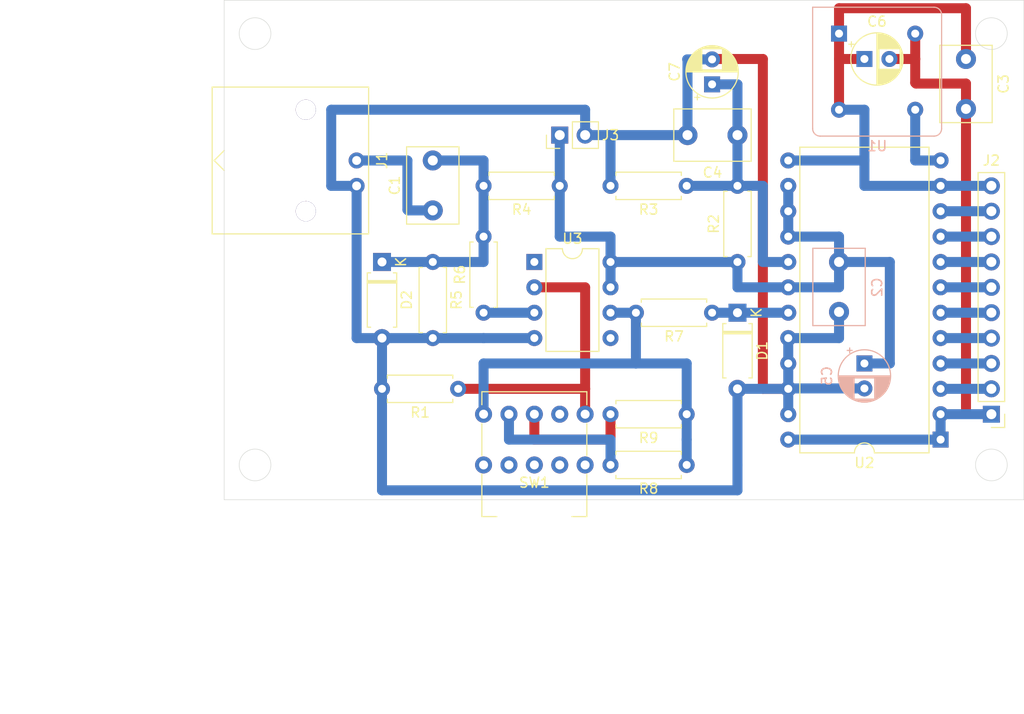
<source format=kicad_pcb>
(kicad_pcb (version 20171130) (host pcbnew 5.1.6)

  (general
    (thickness 1.6)
    (drawings 12)
    (tracks 120)
    (zones 0)
    (modules 25)
    (nets 28)
  )

  (page A4)
  (title_block
    (title "Raspberry Pi oscilloscope ADC board")
    (date 2020-06-29)
    (rev 1)
    (comment 1 "Designed by Tim Clifford")
    (comment 2 "U2 and U3 are intended as SOP packages on SOP-DIP adapters")
    (comment 3 "Top level traces should be replaced by wires except around oscillator")
    (comment 4 "Intended for implementation on 31x19 DIP busboard")
  )

  (layers
    (0 F.Cu signal)
    (31 B.Cu signal)
    (32 B.Adhes user hide)
    (33 F.Adhes user hide)
    (34 B.Paste user hide)
    (35 F.Paste user hide)
    (36 B.SilkS user)
    (37 F.SilkS user)
    (38 B.Mask user hide)
    (39 F.Mask user hide)
    (40 Dwgs.User user)
    (41 Cmts.User user)
    (42 Eco1.User user hide)
    (43 Eco2.User user)
    (44 Edge.Cuts user)
    (45 Margin user)
    (46 B.CrtYd user)
    (47 F.CrtYd user hide)
    (48 B.Fab user hide)
    (49 F.Fab user)
  )

  (setup
    (last_trace_width 0.25)
    (user_trace_width 1)
    (trace_clearance 0.2)
    (zone_clearance 0.508)
    (zone_45_only no)
    (trace_min 0.2)
    (via_size 0.8)
    (via_drill 0.4)
    (via_min_size 0.4)
    (via_min_drill 0.3)
    (uvia_size 0.3)
    (uvia_drill 0.1)
    (uvias_allowed no)
    (uvia_min_size 0.2)
    (uvia_min_drill 0.1)
    (edge_width 0.05)
    (segment_width 0.2)
    (pcb_text_width 0.3)
    (pcb_text_size 1.5 1.5)
    (mod_edge_width 0.12)
    (mod_text_size 1 1)
    (mod_text_width 0.15)
    (pad_size 1.524 1.524)
    (pad_drill 0.762)
    (pad_to_mask_clearance 0.05)
    (aux_axis_origin 0 0)
    (visible_elements FFFFFF7F)
    (pcbplotparams
      (layerselection 0x00010_fffffffe)
      (usegerberextensions false)
      (usegerberattributes true)
      (usegerberadvancedattributes true)
      (creategerberjobfile true)
      (excludeedgelayer false)
      (linewidth 0.100000)
      (plotframeref true)
      (viasonmask false)
      (mode 1)
      (useauxorigin false)
      (hpglpennumber 1)
      (hpglpenspeed 20)
      (hpglpendiameter 15.000000)
      (psnegative false)
      (psa4output false)
      (plotreference true)
      (plotvalue true)
      (plotinvisibletext false)
      (padsonsilk false)
      (subtractmaskfromsilk false)
      (outputformat 4)
      (mirror true)
      (drillshape 0)
      (scaleselection 1)
      (outputdirectory ""))
  )

  (net 0 "")
  (net 1 "Net-(C1-Pad2)")
  (net 2 "Net-(C1-Pad1)")
  (net 3 +5VA)
  (net 4 GNDA)
  (net 5 GNDD)
  (net 6 +5VD)
  (net 7 "Net-(C4-Pad1)")
  (net 8 "Net-(D1-Pad1)")
  (net 9 "Net-(R1-Pad1)")
  (net 10 "Net-(R6-Pad1)")
  (net 11 "Net-(R7-Pad2)")
  (net 12 "Net-(U3-Pad1)")
  (net 13 "Net-(U3-Pad5)")
  (net 14 "Net-(J2-Pad2)")
  (net 15 "Net-(J2-Pad3)")
  (net 16 "Net-(J2-Pad4)")
  (net 17 "Net-(J2-Pad5)")
  (net 18 "Net-(J2-Pad6)")
  (net 19 "Net-(J2-Pad7)")
  (net 20 "Net-(J2-Pad8)")
  (net 21 "Net-(U1-Pad5)")
  (net 22 "Net-(J2-Pad9)")
  (net 23 "Net-(R8-Pad2)")
  (net 24 "Net-(R9-Pad2)")
  (net 25 "Net-(SW1-Pad4)")
  (net 26 "Net-(SW1-Pad6)")
  (net 27 "Net-(SW1-Pad7)")

  (net_class Default "This is the default net class."
    (clearance 0.2)
    (trace_width 0.25)
    (via_dia 0.8)
    (via_drill 0.4)
    (uvia_dia 0.3)
    (uvia_drill 0.1)
    (add_net +5VA)
    (add_net +5VD)
    (add_net GNDA)
    (add_net GNDD)
    (add_net "Net-(C1-Pad1)")
    (add_net "Net-(C1-Pad2)")
    (add_net "Net-(C4-Pad1)")
    (add_net "Net-(D1-Pad1)")
    (add_net "Net-(J2-Pad2)")
    (add_net "Net-(J2-Pad3)")
    (add_net "Net-(J2-Pad4)")
    (add_net "Net-(J2-Pad5)")
    (add_net "Net-(J2-Pad6)")
    (add_net "Net-(J2-Pad7)")
    (add_net "Net-(J2-Pad8)")
    (add_net "Net-(J2-Pad9)")
    (add_net "Net-(R1-Pad1)")
    (add_net "Net-(R6-Pad1)")
    (add_net "Net-(R7-Pad2)")
    (add_net "Net-(R8-Pad2)")
    (add_net "Net-(R9-Pad2)")
    (add_net "Net-(SW1-Pad4)")
    (add_net "Net-(SW1-Pad6)")
    (add_net "Net-(SW1-Pad7)")
    (add_net "Net-(U1-Pad5)")
    (add_net "Net-(U3-Pad1)")
    (add_net "Net-(U3-Pad5)")
  )

  (module Oscillator:Oscillator_DIP-8 (layer B.Cu) (tedit 58CD3344) (tstamp 5EF8962E)
    (at 167.64 74.93)
    (descr "Oscillator, DIP8,http://cdn-reichelt.de/documents/datenblatt/B400/OSZI.pdf")
    (tags oscillator)
    (path /5EF81473)
    (fp_text reference U1 (at 3.81 11.26 -180) (layer B.SilkS)
      (effects (font (size 1 1) (thickness 0.15)) (justify mirror))
    )
    (fp_text value ECS-220B-100 (at 3.81 -3.74 -180) (layer B.Fab)
      (effects (font (size 1 1) (thickness 0.15)) (justify mirror))
    )
    (fp_line (start -2.54 -2.54) (end -2.54 9.51) (layer B.Fab) (width 0.1))
    (fp_line (start -1.89 10.16) (end 9.51 10.16) (layer B.Fab) (width 0.1))
    (fp_line (start 10.16 9.51) (end 10.16 -1.89) (layer B.Fab) (width 0.1))
    (fp_line (start -2.54 -2.54) (end 9.51 -2.54) (layer B.Fab) (width 0.1))
    (fp_line (start -2.64 -2.64) (end 9.51 -2.64) (layer B.SilkS) (width 0.12))
    (fp_line (start 10.26 -1.89) (end 10.26 9.51) (layer B.SilkS) (width 0.12))
    (fp_line (start 9.51 10.26) (end -1.89 10.26) (layer B.SilkS) (width 0.12))
    (fp_line (start -2.64 9.51) (end -2.64 -2.64) (layer B.SilkS) (width 0.12))
    (fp_line (start -1.54 -1.54) (end 8.81 -1.54) (layer B.Fab) (width 0.1))
    (fp_line (start -1.54 -1.54) (end -1.54 8.81) (layer B.Fab) (width 0.1))
    (fp_line (start -1.19 9.16) (end 8.81 9.16) (layer B.Fab) (width 0.1))
    (fp_line (start 9.16 -1.19) (end 9.16 8.81) (layer B.Fab) (width 0.1))
    (fp_line (start -2.79 -2.79) (end 10.41 -2.79) (layer B.CrtYd) (width 0.05))
    (fp_line (start -2.79 10.41) (end -2.79 -2.79) (layer B.CrtYd) (width 0.05))
    (fp_line (start 10.41 10.41) (end -2.79 10.41) (layer B.CrtYd) (width 0.05))
    (fp_line (start 10.41 -2.79) (end 10.41 10.41) (layer B.CrtYd) (width 0.05))
    (fp_arc (start -1.89 9.51) (end -2.54 9.51) (angle -90) (layer B.Fab) (width 0.1))
    (fp_arc (start 9.51 9.51) (end 9.51 10.16) (angle -90) (layer B.Fab) (width 0.1))
    (fp_arc (start 9.51 -1.89) (end 10.16 -1.89) (angle -90) (layer B.Fab) (width 0.1))
    (fp_arc (start -1.89 9.51) (end -2.64 9.51) (angle -90) (layer B.SilkS) (width 0.12))
    (fp_arc (start 9.51 9.51) (end 9.51 10.26) (angle -90) (layer B.SilkS) (width 0.12))
    (fp_arc (start 9.51 -1.89) (end 10.26 -1.89) (angle -90) (layer B.SilkS) (width 0.12))
    (fp_arc (start -1.19 8.81) (end -1.54 8.81) (angle -90) (layer B.Fab) (width 0.1))
    (fp_arc (start 8.81 8.81) (end 8.81 9.16) (angle -90) (layer B.Fab) (width 0.1))
    (fp_arc (start 8.81 -1.19) (end 9.16 -1.19) (angle -90) (layer B.Fab) (width 0.1))
    (fp_text user %R (at 3.81 2.54 -180) (layer B.Fab)
      (effects (font (size 1 1) (thickness 0.15)) (justify mirror))
    )
    (pad 4 thru_hole circle (at 7.62 0) (size 1.6 1.6) (drill 0.8) (layers *.Cu *.Mask)
      (net 5 GNDD))
    (pad 5 thru_hole circle (at 7.62 7.62) (size 1.6 1.6) (drill 0.8) (layers *.Cu *.Mask)
      (net 21 "Net-(U1-Pad5)"))
    (pad 8 thru_hole circle (at 0 7.62) (size 1.6 1.6) (drill 0.8) (layers *.Cu *.Mask)
      (net 6 +5VD))
    (pad 1 thru_hole rect (at 0 0) (size 1.6 1.6) (drill 0.8) (layers *.Cu *.Mask)
      (net 6 +5VD))
    (model ${KISYS3DMOD}/Oscillator.3dshapes/Oscillator_DIP-8.wrl
      (at (xyz 0 0 0))
      (scale (xyz 1 1 1))
      (rotate (xyz 0 0 0))
    )
  )

  (module Capacitor_THT:C_Disc_D7.5mm_W5.0mm_P5.00mm (layer F.Cu) (tedit 5AE50EF0) (tstamp 5EF89BD7)
    (at 127 87.63 270)
    (descr "C, Disc series, Radial, pin pitch=5.00mm, , diameter*width=7.5*5.0mm^2, Capacitor, http://www.vishay.com/docs/28535/vy2series.pdf")
    (tags "C Disc series Radial pin pitch 5.00mm  diameter 7.5mm width 5.0mm Capacitor")
    (path /5EFE4DC7)
    (fp_text reference C1 (at 2.5 3.81 90) (layer F.SilkS)
      (effects (font (size 1 1) (thickness 0.15)))
    )
    (fp_text value 0.1uF (at -2.54 0 180) (layer F.Fab)
      (effects (font (size 1 1) (thickness 0.15)))
    )
    (fp_line (start -1.25 -2.5) (end -1.25 2.5) (layer F.Fab) (width 0.1))
    (fp_line (start -1.25 2.5) (end 6.25 2.5) (layer F.Fab) (width 0.1))
    (fp_line (start 6.25 2.5) (end 6.25 -2.5) (layer F.Fab) (width 0.1))
    (fp_line (start 6.25 -2.5) (end -1.25 -2.5) (layer F.Fab) (width 0.1))
    (fp_line (start -1.37 -2.62) (end 6.37 -2.62) (layer F.SilkS) (width 0.12))
    (fp_line (start -1.37 2.62) (end 6.37 2.62) (layer F.SilkS) (width 0.12))
    (fp_line (start -1.37 -2.62) (end -1.37 2.62) (layer F.SilkS) (width 0.12))
    (fp_line (start 6.37 -2.62) (end 6.37 2.62) (layer F.SilkS) (width 0.12))
    (fp_line (start -1.5 -2.75) (end -1.5 2.75) (layer F.CrtYd) (width 0.05))
    (fp_line (start -1.5 2.75) (end 6.5 2.75) (layer F.CrtYd) (width 0.05))
    (fp_line (start 6.5 2.75) (end 6.5 -2.75) (layer F.CrtYd) (width 0.05))
    (fp_line (start 6.5 -2.75) (end -1.5 -2.75) (layer F.CrtYd) (width 0.05))
    (fp_text user %R (at 2.54 0 180) (layer F.Fab)
      (effects (font (size 1 1) (thickness 0.15)))
    )
    (pad 2 thru_hole circle (at 5 0 270) (size 2 2) (drill 1) (layers *.Cu *.Mask)
      (net 1 "Net-(C1-Pad2)"))
    (pad 1 thru_hole circle (at 0 0 270) (size 2 2) (drill 1) (layers *.Cu *.Mask)
      (net 2 "Net-(C1-Pad1)"))
    (model ${KISYS3DMOD}/Capacitor_THT.3dshapes/C_Disc_D7.5mm_W5.0mm_P5.00mm.wrl
      (at (xyz 0 0 0))
      (scale (xyz 1 1 1))
      (rotate (xyz 0 0 0))
    )
  )

  (module Capacitor_THT:C_Disc_D7.5mm_W5.0mm_P5.00mm (layer B.Cu) (tedit 5AE50EF0) (tstamp 5EF8989E)
    (at 167.64 97.79 270)
    (descr "C, Disc series, Radial, pin pitch=5.00mm, , diameter*width=7.5*5.0mm^2, Capacitor, http://www.vishay.com/docs/28535/vy2series.pdf")
    (tags "C Disc series Radial pin pitch 5.00mm  diameter 7.5mm width 5.0mm Capacitor")
    (path /5EF95A97)
    (fp_text reference C2 (at 2.54 -3.81 270) (layer B.SilkS)
      (effects (font (size 1 1) (thickness 0.15)) (justify mirror))
    )
    (fp_text value 0.1uF (at 2.5 3.81 270) (layer B.Fab)
      (effects (font (size 1 1) (thickness 0.15)) (justify mirror))
    )
    (fp_line (start 6.5 2.75) (end -1.5 2.75) (layer B.CrtYd) (width 0.05))
    (fp_line (start 6.5 -2.75) (end 6.5 2.75) (layer B.CrtYd) (width 0.05))
    (fp_line (start -1.5 -2.75) (end 6.5 -2.75) (layer B.CrtYd) (width 0.05))
    (fp_line (start -1.5 2.75) (end -1.5 -2.75) (layer B.CrtYd) (width 0.05))
    (fp_line (start 6.37 2.62) (end 6.37 -2.62) (layer B.SilkS) (width 0.12))
    (fp_line (start -1.37 2.62) (end -1.37 -2.62) (layer B.SilkS) (width 0.12))
    (fp_line (start -1.37 -2.62) (end 6.37 -2.62) (layer B.SilkS) (width 0.12))
    (fp_line (start -1.37 2.62) (end 6.37 2.62) (layer B.SilkS) (width 0.12))
    (fp_line (start 6.25 2.5) (end -1.25 2.5) (layer B.Fab) (width 0.1))
    (fp_line (start 6.25 -2.5) (end 6.25 2.5) (layer B.Fab) (width 0.1))
    (fp_line (start -1.25 -2.5) (end 6.25 -2.5) (layer B.Fab) (width 0.1))
    (fp_line (start -1.25 2.5) (end -1.25 -2.5) (layer B.Fab) (width 0.1))
    (fp_text user %R (at 2.54 0 270) (layer B.Fab)
      (effects (font (size 1 1) (thickness 0.15)) (justify mirror))
    )
    (pad 1 thru_hole circle (at 0 0 270) (size 2 2) (drill 1) (layers *.Cu *.Mask)
      (net 3 +5VA))
    (pad 2 thru_hole circle (at 5 0 270) (size 2 2) (drill 1) (layers *.Cu *.Mask)
      (net 4 GNDA))
    (model ${KISYS3DMOD}/Capacitor_THT.3dshapes/C_Disc_D7.5mm_W5.0mm_P5.00mm.wrl
      (at (xyz 0 0 0))
      (scale (xyz 1 1 1))
      (rotate (xyz 0 0 0))
    )
  )

  (module Capacitor_THT:C_Disc_D7.5mm_W5.0mm_P5.00mm (layer F.Cu) (tedit 5AE50EF0) (tstamp 5EF89ADE)
    (at 180.34 77.47 270)
    (descr "C, Disc series, Radial, pin pitch=5.00mm, , diameter*width=7.5*5.0mm^2, Capacitor, http://www.vishay.com/docs/28535/vy2series.pdf")
    (tags "C Disc series Radial pin pitch 5.00mm  diameter 7.5mm width 5.0mm Capacitor")
    (path /5EF8DB0E)
    (fp_text reference C3 (at 2.5 -3.75 90) (layer F.SilkS)
      (effects (font (size 1 1) (thickness 0.15)))
    )
    (fp_text value 0.1uF (at 7.62 0 180) (layer F.Fab)
      (effects (font (size 1 1) (thickness 0.15)))
    )
    (fp_line (start -1.25 -2.5) (end -1.25 2.5) (layer F.Fab) (width 0.1))
    (fp_line (start -1.25 2.5) (end 6.25 2.5) (layer F.Fab) (width 0.1))
    (fp_line (start 6.25 2.5) (end 6.25 -2.5) (layer F.Fab) (width 0.1))
    (fp_line (start 6.25 -2.5) (end -1.25 -2.5) (layer F.Fab) (width 0.1))
    (fp_line (start -1.37 -2.62) (end 6.37 -2.62) (layer F.SilkS) (width 0.12))
    (fp_line (start -1.37 2.62) (end 6.37 2.62) (layer F.SilkS) (width 0.12))
    (fp_line (start -1.37 -2.62) (end -1.37 2.62) (layer F.SilkS) (width 0.12))
    (fp_line (start 6.37 -2.62) (end 6.37 2.62) (layer F.SilkS) (width 0.12))
    (fp_line (start -1.5 -2.75) (end -1.5 2.75) (layer F.CrtYd) (width 0.05))
    (fp_line (start -1.5 2.75) (end 6.5 2.75) (layer F.CrtYd) (width 0.05))
    (fp_line (start 6.5 2.75) (end 6.5 -2.75) (layer F.CrtYd) (width 0.05))
    (fp_line (start 6.5 -2.75) (end -1.5 -2.75) (layer F.CrtYd) (width 0.05))
    (fp_text user %R (at 2.5 0 180) (layer F.Fab)
      (effects (font (size 1 1) (thickness 0.15)))
    )
    (pad 2 thru_hole circle (at 5 0 270) (size 2 2) (drill 1) (layers *.Cu *.Mask)
      (net 5 GNDD))
    (pad 1 thru_hole circle (at 0 0 270) (size 2 2) (drill 1) (layers *.Cu *.Mask)
      (net 6 +5VD))
    (model ${KISYS3DMOD}/Capacitor_THT.3dshapes/C_Disc_D7.5mm_W5.0mm_P5.00mm.wrl
      (at (xyz 0 0 0))
      (scale (xyz 1 1 1))
      (rotate (xyz 0 0 0))
    )
  )

  (module Capacitor_THT:C_Disc_D7.5mm_W5.0mm_P5.00mm (layer F.Cu) (tedit 5AE50EF0) (tstamp 5EF894D2)
    (at 157.48 85.09 180)
    (descr "C, Disc series, Radial, pin pitch=5.00mm, , diameter*width=7.5*5.0mm^2, Capacitor, http://www.vishay.com/docs/28535/vy2series.pdf")
    (tags "C Disc series Radial pin pitch 5.00mm  diameter 7.5mm width 5.0mm Capacitor")
    (path /5EFD2C4C)
    (fp_text reference C4 (at 2.5 -3.75) (layer F.SilkS)
      (effects (font (size 1 1) (thickness 0.15)))
    )
    (fp_text value 0.1uF (at 2.5 3.75) (layer F.Fab)
      (effects (font (size 1 1) (thickness 0.15)))
    )
    (fp_line (start 6.5 -2.75) (end -1.5 -2.75) (layer F.CrtYd) (width 0.05))
    (fp_line (start 6.5 2.75) (end 6.5 -2.75) (layer F.CrtYd) (width 0.05))
    (fp_line (start -1.5 2.75) (end 6.5 2.75) (layer F.CrtYd) (width 0.05))
    (fp_line (start -1.5 -2.75) (end -1.5 2.75) (layer F.CrtYd) (width 0.05))
    (fp_line (start 6.37 -2.62) (end 6.37 2.62) (layer F.SilkS) (width 0.12))
    (fp_line (start -1.37 -2.62) (end -1.37 2.62) (layer F.SilkS) (width 0.12))
    (fp_line (start -1.37 2.62) (end 6.37 2.62) (layer F.SilkS) (width 0.12))
    (fp_line (start -1.37 -2.62) (end 6.37 -2.62) (layer F.SilkS) (width 0.12))
    (fp_line (start 6.25 -2.5) (end -1.25 -2.5) (layer F.Fab) (width 0.1))
    (fp_line (start 6.25 2.5) (end 6.25 -2.5) (layer F.Fab) (width 0.1))
    (fp_line (start -1.25 2.5) (end 6.25 2.5) (layer F.Fab) (width 0.1))
    (fp_line (start -1.25 -2.5) (end -1.25 2.5) (layer F.Fab) (width 0.1))
    (fp_text user %R (at 2.54 0) (layer F.Fab)
      (effects (font (size 1 1) (thickness 0.15)))
    )
    (pad 1 thru_hole circle (at 0 0 180) (size 2 2) (drill 1) (layers *.Cu *.Mask)
      (net 7 "Net-(C4-Pad1)"))
    (pad 2 thru_hole circle (at 5 0 180) (size 2 2) (drill 1) (layers *.Cu *.Mask)
      (net 4 GNDA))
    (model ${KISYS3DMOD}/Capacitor_THT.3dshapes/C_Disc_D7.5mm_W5.0mm_P5.00mm.wrl
      (at (xyz 0 0 0))
      (scale (xyz 1 1 1))
      (rotate (xyz 0 0 0))
    )
  )

  (module Capacitor_THT:CP_Radial_D5.0mm_P2.50mm (layer B.Cu) (tedit 5AE50EF0) (tstamp 5EF893BA)
    (at 170.18 107.95 270)
    (descr "CP, Radial series, Radial, pin pitch=2.50mm, , diameter=5mm, Electrolytic Capacitor")
    (tags "CP Radial series Radial pin pitch 2.50mm  diameter 5mm Electrolytic Capacitor")
    (path /5EF95A9D)
    (fp_text reference C5 (at 1.25 3.75 270) (layer B.SilkS)
      (effects (font (size 1 1) (thickness 0.15)) (justify mirror))
    )
    (fp_text value 4.7uF (at 1.25 -3.75 270) (layer B.Fab)
      (effects (font (size 1 1) (thickness 0.15)) (justify mirror))
    )
    (fp_line (start -1.304775 1.725) (end -1.304775 1.225) (layer B.SilkS) (width 0.12))
    (fp_line (start -1.554775 1.475) (end -1.054775 1.475) (layer B.SilkS) (width 0.12))
    (fp_line (start 3.851 0.284) (end 3.851 -0.284) (layer B.SilkS) (width 0.12))
    (fp_line (start 3.811 0.518) (end 3.811 -0.518) (layer B.SilkS) (width 0.12))
    (fp_line (start 3.771 0.677) (end 3.771 -0.677) (layer B.SilkS) (width 0.12))
    (fp_line (start 3.731 0.805) (end 3.731 -0.805) (layer B.SilkS) (width 0.12))
    (fp_line (start 3.691 0.915) (end 3.691 -0.915) (layer B.SilkS) (width 0.12))
    (fp_line (start 3.651 1.011) (end 3.651 -1.011) (layer B.SilkS) (width 0.12))
    (fp_line (start 3.611 1.098) (end 3.611 -1.098) (layer B.SilkS) (width 0.12))
    (fp_line (start 3.571 1.178) (end 3.571 -1.178) (layer B.SilkS) (width 0.12))
    (fp_line (start 3.531 -1.04) (end 3.531 -1.251) (layer B.SilkS) (width 0.12))
    (fp_line (start 3.531 1.251) (end 3.531 1.04) (layer B.SilkS) (width 0.12))
    (fp_line (start 3.491 -1.04) (end 3.491 -1.319) (layer B.SilkS) (width 0.12))
    (fp_line (start 3.491 1.319) (end 3.491 1.04) (layer B.SilkS) (width 0.12))
    (fp_line (start 3.451 -1.04) (end 3.451 -1.383) (layer B.SilkS) (width 0.12))
    (fp_line (start 3.451 1.383) (end 3.451 1.04) (layer B.SilkS) (width 0.12))
    (fp_line (start 3.411 -1.04) (end 3.411 -1.443) (layer B.SilkS) (width 0.12))
    (fp_line (start 3.411 1.443) (end 3.411 1.04) (layer B.SilkS) (width 0.12))
    (fp_line (start 3.371 -1.04) (end 3.371 -1.5) (layer B.SilkS) (width 0.12))
    (fp_line (start 3.371 1.5) (end 3.371 1.04) (layer B.SilkS) (width 0.12))
    (fp_line (start 3.331 -1.04) (end 3.331 -1.554) (layer B.SilkS) (width 0.12))
    (fp_line (start 3.331 1.554) (end 3.331 1.04) (layer B.SilkS) (width 0.12))
    (fp_line (start 3.291 -1.04) (end 3.291 -1.605) (layer B.SilkS) (width 0.12))
    (fp_line (start 3.291 1.605) (end 3.291 1.04) (layer B.SilkS) (width 0.12))
    (fp_line (start 3.251 -1.04) (end 3.251 -1.653) (layer B.SilkS) (width 0.12))
    (fp_line (start 3.251 1.653) (end 3.251 1.04) (layer B.SilkS) (width 0.12))
    (fp_line (start 3.211 -1.04) (end 3.211 -1.699) (layer B.SilkS) (width 0.12))
    (fp_line (start 3.211 1.699) (end 3.211 1.04) (layer B.SilkS) (width 0.12))
    (fp_line (start 3.171 -1.04) (end 3.171 -1.743) (layer B.SilkS) (width 0.12))
    (fp_line (start 3.171 1.743) (end 3.171 1.04) (layer B.SilkS) (width 0.12))
    (fp_line (start 3.131 -1.04) (end 3.131 -1.785) (layer B.SilkS) (width 0.12))
    (fp_line (start 3.131 1.785) (end 3.131 1.04) (layer B.SilkS) (width 0.12))
    (fp_line (start 3.091 -1.04) (end 3.091 -1.826) (layer B.SilkS) (width 0.12))
    (fp_line (start 3.091 1.826) (end 3.091 1.04) (layer B.SilkS) (width 0.12))
    (fp_line (start 3.051 -1.04) (end 3.051 -1.864) (layer B.SilkS) (width 0.12))
    (fp_line (start 3.051 1.864) (end 3.051 1.04) (layer B.SilkS) (width 0.12))
    (fp_line (start 3.011 -1.04) (end 3.011 -1.901) (layer B.SilkS) (width 0.12))
    (fp_line (start 3.011 1.901) (end 3.011 1.04) (layer B.SilkS) (width 0.12))
    (fp_line (start 2.971 -1.04) (end 2.971 -1.937) (layer B.SilkS) (width 0.12))
    (fp_line (start 2.971 1.937) (end 2.971 1.04) (layer B.SilkS) (width 0.12))
    (fp_line (start 2.931 -1.04) (end 2.931 -1.971) (layer B.SilkS) (width 0.12))
    (fp_line (start 2.931 1.971) (end 2.931 1.04) (layer B.SilkS) (width 0.12))
    (fp_line (start 2.891 -1.04) (end 2.891 -2.004) (layer B.SilkS) (width 0.12))
    (fp_line (start 2.891 2.004) (end 2.891 1.04) (layer B.SilkS) (width 0.12))
    (fp_line (start 2.851 -1.04) (end 2.851 -2.035) (layer B.SilkS) (width 0.12))
    (fp_line (start 2.851 2.035) (end 2.851 1.04) (layer B.SilkS) (width 0.12))
    (fp_line (start 2.811 -1.04) (end 2.811 -2.065) (layer B.SilkS) (width 0.12))
    (fp_line (start 2.811 2.065) (end 2.811 1.04) (layer B.SilkS) (width 0.12))
    (fp_line (start 2.771 -1.04) (end 2.771 -2.095) (layer B.SilkS) (width 0.12))
    (fp_line (start 2.771 2.095) (end 2.771 1.04) (layer B.SilkS) (width 0.12))
    (fp_line (start 2.731 -1.04) (end 2.731 -2.122) (layer B.SilkS) (width 0.12))
    (fp_line (start 2.731 2.122) (end 2.731 1.04) (layer B.SilkS) (width 0.12))
    (fp_line (start 2.691 -1.04) (end 2.691 -2.149) (layer B.SilkS) (width 0.12))
    (fp_line (start 2.691 2.149) (end 2.691 1.04) (layer B.SilkS) (width 0.12))
    (fp_line (start 2.651 -1.04) (end 2.651 -2.175) (layer B.SilkS) (width 0.12))
    (fp_line (start 2.651 2.175) (end 2.651 1.04) (layer B.SilkS) (width 0.12))
    (fp_line (start 2.611 -1.04) (end 2.611 -2.2) (layer B.SilkS) (width 0.12))
    (fp_line (start 2.611 2.2) (end 2.611 1.04) (layer B.SilkS) (width 0.12))
    (fp_line (start 2.571 -1.04) (end 2.571 -2.224) (layer B.SilkS) (width 0.12))
    (fp_line (start 2.571 2.224) (end 2.571 1.04) (layer B.SilkS) (width 0.12))
    (fp_line (start 2.531 -1.04) (end 2.531 -2.247) (layer B.SilkS) (width 0.12))
    (fp_line (start 2.531 2.247) (end 2.531 1.04) (layer B.SilkS) (width 0.12))
    (fp_line (start 2.491 -1.04) (end 2.491 -2.268) (layer B.SilkS) (width 0.12))
    (fp_line (start 2.491 2.268) (end 2.491 1.04) (layer B.SilkS) (width 0.12))
    (fp_line (start 2.451 -1.04) (end 2.451 -2.29) (layer B.SilkS) (width 0.12))
    (fp_line (start 2.451 2.29) (end 2.451 1.04) (layer B.SilkS) (width 0.12))
    (fp_line (start 2.411 -1.04) (end 2.411 -2.31) (layer B.SilkS) (width 0.12))
    (fp_line (start 2.411 2.31) (end 2.411 1.04) (layer B.SilkS) (width 0.12))
    (fp_line (start 2.371 -1.04) (end 2.371 -2.329) (layer B.SilkS) (width 0.12))
    (fp_line (start 2.371 2.329) (end 2.371 1.04) (layer B.SilkS) (width 0.12))
    (fp_line (start 2.331 -1.04) (end 2.331 -2.348) (layer B.SilkS) (width 0.12))
    (fp_line (start 2.331 2.348) (end 2.331 1.04) (layer B.SilkS) (width 0.12))
    (fp_line (start 2.291 -1.04) (end 2.291 -2.365) (layer B.SilkS) (width 0.12))
    (fp_line (start 2.291 2.365) (end 2.291 1.04) (layer B.SilkS) (width 0.12))
    (fp_line (start 2.251 -1.04) (end 2.251 -2.382) (layer B.SilkS) (width 0.12))
    (fp_line (start 2.251 2.382) (end 2.251 1.04) (layer B.SilkS) (width 0.12))
    (fp_line (start 2.211 -1.04) (end 2.211 -2.398) (layer B.SilkS) (width 0.12))
    (fp_line (start 2.211 2.398) (end 2.211 1.04) (layer B.SilkS) (width 0.12))
    (fp_line (start 2.171 -1.04) (end 2.171 -2.414) (layer B.SilkS) (width 0.12))
    (fp_line (start 2.171 2.414) (end 2.171 1.04) (layer B.SilkS) (width 0.12))
    (fp_line (start 2.131 -1.04) (end 2.131 -2.428) (layer B.SilkS) (width 0.12))
    (fp_line (start 2.131 2.428) (end 2.131 1.04) (layer B.SilkS) (width 0.12))
    (fp_line (start 2.091 -1.04) (end 2.091 -2.442) (layer B.SilkS) (width 0.12))
    (fp_line (start 2.091 2.442) (end 2.091 1.04) (layer B.SilkS) (width 0.12))
    (fp_line (start 2.051 -1.04) (end 2.051 -2.455) (layer B.SilkS) (width 0.12))
    (fp_line (start 2.051 2.455) (end 2.051 1.04) (layer B.SilkS) (width 0.12))
    (fp_line (start 2.011 -1.04) (end 2.011 -2.468) (layer B.SilkS) (width 0.12))
    (fp_line (start 2.011 2.468) (end 2.011 1.04) (layer B.SilkS) (width 0.12))
    (fp_line (start 1.971 -1.04) (end 1.971 -2.48) (layer B.SilkS) (width 0.12))
    (fp_line (start 1.971 2.48) (end 1.971 1.04) (layer B.SilkS) (width 0.12))
    (fp_line (start 1.93 -1.04) (end 1.93 -2.491) (layer B.SilkS) (width 0.12))
    (fp_line (start 1.93 2.491) (end 1.93 1.04) (layer B.SilkS) (width 0.12))
    (fp_line (start 1.89 -1.04) (end 1.89 -2.501) (layer B.SilkS) (width 0.12))
    (fp_line (start 1.89 2.501) (end 1.89 1.04) (layer B.SilkS) (width 0.12))
    (fp_line (start 1.85 -1.04) (end 1.85 -2.511) (layer B.SilkS) (width 0.12))
    (fp_line (start 1.85 2.511) (end 1.85 1.04) (layer B.SilkS) (width 0.12))
    (fp_line (start 1.81 -1.04) (end 1.81 -2.52) (layer B.SilkS) (width 0.12))
    (fp_line (start 1.81 2.52) (end 1.81 1.04) (layer B.SilkS) (width 0.12))
    (fp_line (start 1.77 -1.04) (end 1.77 -2.528) (layer B.SilkS) (width 0.12))
    (fp_line (start 1.77 2.528) (end 1.77 1.04) (layer B.SilkS) (width 0.12))
    (fp_line (start 1.73 -1.04) (end 1.73 -2.536) (layer B.SilkS) (width 0.12))
    (fp_line (start 1.73 2.536) (end 1.73 1.04) (layer B.SilkS) (width 0.12))
    (fp_line (start 1.69 -1.04) (end 1.69 -2.543) (layer B.SilkS) (width 0.12))
    (fp_line (start 1.69 2.543) (end 1.69 1.04) (layer B.SilkS) (width 0.12))
    (fp_line (start 1.65 -1.04) (end 1.65 -2.55) (layer B.SilkS) (width 0.12))
    (fp_line (start 1.65 2.55) (end 1.65 1.04) (layer B.SilkS) (width 0.12))
    (fp_line (start 1.61 -1.04) (end 1.61 -2.556) (layer B.SilkS) (width 0.12))
    (fp_line (start 1.61 2.556) (end 1.61 1.04) (layer B.SilkS) (width 0.12))
    (fp_line (start 1.57 -1.04) (end 1.57 -2.561) (layer B.SilkS) (width 0.12))
    (fp_line (start 1.57 2.561) (end 1.57 1.04) (layer B.SilkS) (width 0.12))
    (fp_line (start 1.53 -1.04) (end 1.53 -2.565) (layer B.SilkS) (width 0.12))
    (fp_line (start 1.53 2.565) (end 1.53 1.04) (layer B.SilkS) (width 0.12))
    (fp_line (start 1.49 -1.04) (end 1.49 -2.569) (layer B.SilkS) (width 0.12))
    (fp_line (start 1.49 2.569) (end 1.49 1.04) (layer B.SilkS) (width 0.12))
    (fp_line (start 1.45 2.573) (end 1.45 -2.573) (layer B.SilkS) (width 0.12))
    (fp_line (start 1.41 2.576) (end 1.41 -2.576) (layer B.SilkS) (width 0.12))
    (fp_line (start 1.37 2.578) (end 1.37 -2.578) (layer B.SilkS) (width 0.12))
    (fp_line (start 1.33 2.579) (end 1.33 -2.579) (layer B.SilkS) (width 0.12))
    (fp_line (start 1.29 2.58) (end 1.29 -2.58) (layer B.SilkS) (width 0.12))
    (fp_line (start 1.25 2.58) (end 1.25 -2.58) (layer B.SilkS) (width 0.12))
    (fp_line (start -0.633605 1.3375) (end -0.633605 0.8375) (layer B.Fab) (width 0.1))
    (fp_line (start -0.883605 1.0875) (end -0.383605 1.0875) (layer B.Fab) (width 0.1))
    (fp_circle (center 1.25 0) (end 4 0) (layer B.CrtYd) (width 0.05))
    (fp_circle (center 1.25 0) (end 3.87 0) (layer B.SilkS) (width 0.12))
    (fp_circle (center 1.25 0) (end 3.75 0) (layer B.Fab) (width 0.1))
    (fp_text user %R (at 1.25 0 270) (layer B.Fab)
      (effects (font (size 1 1) (thickness 0.15)) (justify mirror))
    )
    (pad 1 thru_hole rect (at 0 0 270) (size 1.6 1.6) (drill 0.8) (layers *.Cu *.Mask)
      (net 3 +5VA))
    (pad 2 thru_hole circle (at 2.5 0 270) (size 1.6 1.6) (drill 0.8) (layers *.Cu *.Mask)
      (net 4 GNDA))
    (model ${KISYS3DMOD}/Capacitor_THT.3dshapes/CP_Radial_D5.0mm_P2.50mm.wrl
      (at (xyz 0 0 0))
      (scale (xyz 1 1 1))
      (rotate (xyz 0 0 0))
    )
  )

  (module Capacitor_THT:CP_Radial_D5.0mm_P2.50mm (layer F.Cu) (tedit 5AE50EF0) (tstamp 5EF89744)
    (at 170.18 77.47)
    (descr "CP, Radial series, Radial, pin pitch=2.50mm, , diameter=5mm, Electrolytic Capacitor")
    (tags "CP Radial series Radial pin pitch 2.50mm  diameter 5mm Electrolytic Capacitor")
    (path /5EF8E1AB)
    (fp_text reference C6 (at 1.25 -3.75) (layer F.SilkS)
      (effects (font (size 1 1) (thickness 0.15)))
    )
    (fp_text value 4.7uF (at 1.25 3.75) (layer F.Fab)
      (effects (font (size 1 1) (thickness 0.15)))
    )
    (fp_circle (center 1.25 0) (end 3.75 0) (layer F.Fab) (width 0.1))
    (fp_circle (center 1.25 0) (end 3.87 0) (layer F.SilkS) (width 0.12))
    (fp_circle (center 1.25 0) (end 4 0) (layer F.CrtYd) (width 0.05))
    (fp_line (start -0.883605 -1.0875) (end -0.383605 -1.0875) (layer F.Fab) (width 0.1))
    (fp_line (start -0.633605 -1.3375) (end -0.633605 -0.8375) (layer F.Fab) (width 0.1))
    (fp_line (start 1.25 -2.58) (end 1.25 2.58) (layer F.SilkS) (width 0.12))
    (fp_line (start 1.29 -2.58) (end 1.29 2.58) (layer F.SilkS) (width 0.12))
    (fp_line (start 1.33 -2.579) (end 1.33 2.579) (layer F.SilkS) (width 0.12))
    (fp_line (start 1.37 -2.578) (end 1.37 2.578) (layer F.SilkS) (width 0.12))
    (fp_line (start 1.41 -2.576) (end 1.41 2.576) (layer F.SilkS) (width 0.12))
    (fp_line (start 1.45 -2.573) (end 1.45 2.573) (layer F.SilkS) (width 0.12))
    (fp_line (start 1.49 -2.569) (end 1.49 -1.04) (layer F.SilkS) (width 0.12))
    (fp_line (start 1.49 1.04) (end 1.49 2.569) (layer F.SilkS) (width 0.12))
    (fp_line (start 1.53 -2.565) (end 1.53 -1.04) (layer F.SilkS) (width 0.12))
    (fp_line (start 1.53 1.04) (end 1.53 2.565) (layer F.SilkS) (width 0.12))
    (fp_line (start 1.57 -2.561) (end 1.57 -1.04) (layer F.SilkS) (width 0.12))
    (fp_line (start 1.57 1.04) (end 1.57 2.561) (layer F.SilkS) (width 0.12))
    (fp_line (start 1.61 -2.556) (end 1.61 -1.04) (layer F.SilkS) (width 0.12))
    (fp_line (start 1.61 1.04) (end 1.61 2.556) (layer F.SilkS) (width 0.12))
    (fp_line (start 1.65 -2.55) (end 1.65 -1.04) (layer F.SilkS) (width 0.12))
    (fp_line (start 1.65 1.04) (end 1.65 2.55) (layer F.SilkS) (width 0.12))
    (fp_line (start 1.69 -2.543) (end 1.69 -1.04) (layer F.SilkS) (width 0.12))
    (fp_line (start 1.69 1.04) (end 1.69 2.543) (layer F.SilkS) (width 0.12))
    (fp_line (start 1.73 -2.536) (end 1.73 -1.04) (layer F.SilkS) (width 0.12))
    (fp_line (start 1.73 1.04) (end 1.73 2.536) (layer F.SilkS) (width 0.12))
    (fp_line (start 1.77 -2.528) (end 1.77 -1.04) (layer F.SilkS) (width 0.12))
    (fp_line (start 1.77 1.04) (end 1.77 2.528) (layer F.SilkS) (width 0.12))
    (fp_line (start 1.81 -2.52) (end 1.81 -1.04) (layer F.SilkS) (width 0.12))
    (fp_line (start 1.81 1.04) (end 1.81 2.52) (layer F.SilkS) (width 0.12))
    (fp_line (start 1.85 -2.511) (end 1.85 -1.04) (layer F.SilkS) (width 0.12))
    (fp_line (start 1.85 1.04) (end 1.85 2.511) (layer F.SilkS) (width 0.12))
    (fp_line (start 1.89 -2.501) (end 1.89 -1.04) (layer F.SilkS) (width 0.12))
    (fp_line (start 1.89 1.04) (end 1.89 2.501) (layer F.SilkS) (width 0.12))
    (fp_line (start 1.93 -2.491) (end 1.93 -1.04) (layer F.SilkS) (width 0.12))
    (fp_line (start 1.93 1.04) (end 1.93 2.491) (layer F.SilkS) (width 0.12))
    (fp_line (start 1.971 -2.48) (end 1.971 -1.04) (layer F.SilkS) (width 0.12))
    (fp_line (start 1.971 1.04) (end 1.971 2.48) (layer F.SilkS) (width 0.12))
    (fp_line (start 2.011 -2.468) (end 2.011 -1.04) (layer F.SilkS) (width 0.12))
    (fp_line (start 2.011 1.04) (end 2.011 2.468) (layer F.SilkS) (width 0.12))
    (fp_line (start 2.051 -2.455) (end 2.051 -1.04) (layer F.SilkS) (width 0.12))
    (fp_line (start 2.051 1.04) (end 2.051 2.455) (layer F.SilkS) (width 0.12))
    (fp_line (start 2.091 -2.442) (end 2.091 -1.04) (layer F.SilkS) (width 0.12))
    (fp_line (start 2.091 1.04) (end 2.091 2.442) (layer F.SilkS) (width 0.12))
    (fp_line (start 2.131 -2.428) (end 2.131 -1.04) (layer F.SilkS) (width 0.12))
    (fp_line (start 2.131 1.04) (end 2.131 2.428) (layer F.SilkS) (width 0.12))
    (fp_line (start 2.171 -2.414) (end 2.171 -1.04) (layer F.SilkS) (width 0.12))
    (fp_line (start 2.171 1.04) (end 2.171 2.414) (layer F.SilkS) (width 0.12))
    (fp_line (start 2.211 -2.398) (end 2.211 -1.04) (layer F.SilkS) (width 0.12))
    (fp_line (start 2.211 1.04) (end 2.211 2.398) (layer F.SilkS) (width 0.12))
    (fp_line (start 2.251 -2.382) (end 2.251 -1.04) (layer F.SilkS) (width 0.12))
    (fp_line (start 2.251 1.04) (end 2.251 2.382) (layer F.SilkS) (width 0.12))
    (fp_line (start 2.291 -2.365) (end 2.291 -1.04) (layer F.SilkS) (width 0.12))
    (fp_line (start 2.291 1.04) (end 2.291 2.365) (layer F.SilkS) (width 0.12))
    (fp_line (start 2.331 -2.348) (end 2.331 -1.04) (layer F.SilkS) (width 0.12))
    (fp_line (start 2.331 1.04) (end 2.331 2.348) (layer F.SilkS) (width 0.12))
    (fp_line (start 2.371 -2.329) (end 2.371 -1.04) (layer F.SilkS) (width 0.12))
    (fp_line (start 2.371 1.04) (end 2.371 2.329) (layer F.SilkS) (width 0.12))
    (fp_line (start 2.411 -2.31) (end 2.411 -1.04) (layer F.SilkS) (width 0.12))
    (fp_line (start 2.411 1.04) (end 2.411 2.31) (layer F.SilkS) (width 0.12))
    (fp_line (start 2.451 -2.29) (end 2.451 -1.04) (layer F.SilkS) (width 0.12))
    (fp_line (start 2.451 1.04) (end 2.451 2.29) (layer F.SilkS) (width 0.12))
    (fp_line (start 2.491 -2.268) (end 2.491 -1.04) (layer F.SilkS) (width 0.12))
    (fp_line (start 2.491 1.04) (end 2.491 2.268) (layer F.SilkS) (width 0.12))
    (fp_line (start 2.531 -2.247) (end 2.531 -1.04) (layer F.SilkS) (width 0.12))
    (fp_line (start 2.531 1.04) (end 2.531 2.247) (layer F.SilkS) (width 0.12))
    (fp_line (start 2.571 -2.224) (end 2.571 -1.04) (layer F.SilkS) (width 0.12))
    (fp_line (start 2.571 1.04) (end 2.571 2.224) (layer F.SilkS) (width 0.12))
    (fp_line (start 2.611 -2.2) (end 2.611 -1.04) (layer F.SilkS) (width 0.12))
    (fp_line (start 2.611 1.04) (end 2.611 2.2) (layer F.SilkS) (width 0.12))
    (fp_line (start 2.651 -2.175) (end 2.651 -1.04) (layer F.SilkS) (width 0.12))
    (fp_line (start 2.651 1.04) (end 2.651 2.175) (layer F.SilkS) (width 0.12))
    (fp_line (start 2.691 -2.149) (end 2.691 -1.04) (layer F.SilkS) (width 0.12))
    (fp_line (start 2.691 1.04) (end 2.691 2.149) (layer F.SilkS) (width 0.12))
    (fp_line (start 2.731 -2.122) (end 2.731 -1.04) (layer F.SilkS) (width 0.12))
    (fp_line (start 2.731 1.04) (end 2.731 2.122) (layer F.SilkS) (width 0.12))
    (fp_line (start 2.771 -2.095) (end 2.771 -1.04) (layer F.SilkS) (width 0.12))
    (fp_line (start 2.771 1.04) (end 2.771 2.095) (layer F.SilkS) (width 0.12))
    (fp_line (start 2.811 -2.065) (end 2.811 -1.04) (layer F.SilkS) (width 0.12))
    (fp_line (start 2.811 1.04) (end 2.811 2.065) (layer F.SilkS) (width 0.12))
    (fp_line (start 2.851 -2.035) (end 2.851 -1.04) (layer F.SilkS) (width 0.12))
    (fp_line (start 2.851 1.04) (end 2.851 2.035) (layer F.SilkS) (width 0.12))
    (fp_line (start 2.891 -2.004) (end 2.891 -1.04) (layer F.SilkS) (width 0.12))
    (fp_line (start 2.891 1.04) (end 2.891 2.004) (layer F.SilkS) (width 0.12))
    (fp_line (start 2.931 -1.971) (end 2.931 -1.04) (layer F.SilkS) (width 0.12))
    (fp_line (start 2.931 1.04) (end 2.931 1.971) (layer F.SilkS) (width 0.12))
    (fp_line (start 2.971 -1.937) (end 2.971 -1.04) (layer F.SilkS) (width 0.12))
    (fp_line (start 2.971 1.04) (end 2.971 1.937) (layer F.SilkS) (width 0.12))
    (fp_line (start 3.011 -1.901) (end 3.011 -1.04) (layer F.SilkS) (width 0.12))
    (fp_line (start 3.011 1.04) (end 3.011 1.901) (layer F.SilkS) (width 0.12))
    (fp_line (start 3.051 -1.864) (end 3.051 -1.04) (layer F.SilkS) (width 0.12))
    (fp_line (start 3.051 1.04) (end 3.051 1.864) (layer F.SilkS) (width 0.12))
    (fp_line (start 3.091 -1.826) (end 3.091 -1.04) (layer F.SilkS) (width 0.12))
    (fp_line (start 3.091 1.04) (end 3.091 1.826) (layer F.SilkS) (width 0.12))
    (fp_line (start 3.131 -1.785) (end 3.131 -1.04) (layer F.SilkS) (width 0.12))
    (fp_line (start 3.131 1.04) (end 3.131 1.785) (layer F.SilkS) (width 0.12))
    (fp_line (start 3.171 -1.743) (end 3.171 -1.04) (layer F.SilkS) (width 0.12))
    (fp_line (start 3.171 1.04) (end 3.171 1.743) (layer F.SilkS) (width 0.12))
    (fp_line (start 3.211 -1.699) (end 3.211 -1.04) (layer F.SilkS) (width 0.12))
    (fp_line (start 3.211 1.04) (end 3.211 1.699) (layer F.SilkS) (width 0.12))
    (fp_line (start 3.251 -1.653) (end 3.251 -1.04) (layer F.SilkS) (width 0.12))
    (fp_line (start 3.251 1.04) (end 3.251 1.653) (layer F.SilkS) (width 0.12))
    (fp_line (start 3.291 -1.605) (end 3.291 -1.04) (layer F.SilkS) (width 0.12))
    (fp_line (start 3.291 1.04) (end 3.291 1.605) (layer F.SilkS) (width 0.12))
    (fp_line (start 3.331 -1.554) (end 3.331 -1.04) (layer F.SilkS) (width 0.12))
    (fp_line (start 3.331 1.04) (end 3.331 1.554) (layer F.SilkS) (width 0.12))
    (fp_line (start 3.371 -1.5) (end 3.371 -1.04) (layer F.SilkS) (width 0.12))
    (fp_line (start 3.371 1.04) (end 3.371 1.5) (layer F.SilkS) (width 0.12))
    (fp_line (start 3.411 -1.443) (end 3.411 -1.04) (layer F.SilkS) (width 0.12))
    (fp_line (start 3.411 1.04) (end 3.411 1.443) (layer F.SilkS) (width 0.12))
    (fp_line (start 3.451 -1.383) (end 3.451 -1.04) (layer F.SilkS) (width 0.12))
    (fp_line (start 3.451 1.04) (end 3.451 1.383) (layer F.SilkS) (width 0.12))
    (fp_line (start 3.491 -1.319) (end 3.491 -1.04) (layer F.SilkS) (width 0.12))
    (fp_line (start 3.491 1.04) (end 3.491 1.319) (layer F.SilkS) (width 0.12))
    (fp_line (start 3.531 -1.251) (end 3.531 -1.04) (layer F.SilkS) (width 0.12))
    (fp_line (start 3.531 1.04) (end 3.531 1.251) (layer F.SilkS) (width 0.12))
    (fp_line (start 3.571 -1.178) (end 3.571 1.178) (layer F.SilkS) (width 0.12))
    (fp_line (start 3.611 -1.098) (end 3.611 1.098) (layer F.SilkS) (width 0.12))
    (fp_line (start 3.651 -1.011) (end 3.651 1.011) (layer F.SilkS) (width 0.12))
    (fp_line (start 3.691 -0.915) (end 3.691 0.915) (layer F.SilkS) (width 0.12))
    (fp_line (start 3.731 -0.805) (end 3.731 0.805) (layer F.SilkS) (width 0.12))
    (fp_line (start 3.771 -0.677) (end 3.771 0.677) (layer F.SilkS) (width 0.12))
    (fp_line (start 3.811 -0.518) (end 3.811 0.518) (layer F.SilkS) (width 0.12))
    (fp_line (start 3.851 -0.284) (end 3.851 0.284) (layer F.SilkS) (width 0.12))
    (fp_line (start -1.554775 -1.475) (end -1.054775 -1.475) (layer F.SilkS) (width 0.12))
    (fp_line (start -1.304775 -1.725) (end -1.304775 -1.225) (layer F.SilkS) (width 0.12))
    (fp_text user %R (at 1.25 0) (layer F.Fab)
      (effects (font (size 1 1) (thickness 0.15)))
    )
    (pad 2 thru_hole circle (at 2.5 0) (size 1.6 1.6) (drill 0.8) (layers *.Cu *.Mask)
      (net 5 GNDD))
    (pad 1 thru_hole rect (at 0 0) (size 1.6 1.6) (drill 0.8) (layers *.Cu *.Mask)
      (net 6 +5VD))
    (model ${KISYS3DMOD}/Capacitor_THT.3dshapes/CP_Radial_D5.0mm_P2.50mm.wrl
      (at (xyz 0 0 0))
      (scale (xyz 1 1 1))
      (rotate (xyz 0 0 0))
    )
  )

  (module Capacitor_THT:CP_Radial_D5.0mm_P2.50mm (layer F.Cu) (tedit 5AE50EF0) (tstamp 5EF89945)
    (at 154.94 80.01 90)
    (descr "CP, Radial series, Radial, pin pitch=2.50mm, , diameter=5mm, Electrolytic Capacitor")
    (tags "CP Radial series Radial pin pitch 2.50mm  diameter 5mm Electrolytic Capacitor")
    (path /5EFD2C52)
    (fp_text reference C7 (at 1.25 -3.75 90) (layer F.SilkS)
      (effects (font (size 1 1) (thickness 0.15)))
    )
    (fp_text value 4.7uF (at 1.25 3.75 90) (layer F.Fab)
      (effects (font (size 1 1) (thickness 0.15)))
    )
    (fp_line (start -1.304775 -1.725) (end -1.304775 -1.225) (layer F.SilkS) (width 0.12))
    (fp_line (start -1.554775 -1.475) (end -1.054775 -1.475) (layer F.SilkS) (width 0.12))
    (fp_line (start 3.851 -0.284) (end 3.851 0.284) (layer F.SilkS) (width 0.12))
    (fp_line (start 3.811 -0.518) (end 3.811 0.518) (layer F.SilkS) (width 0.12))
    (fp_line (start 3.771 -0.677) (end 3.771 0.677) (layer F.SilkS) (width 0.12))
    (fp_line (start 3.731 -0.805) (end 3.731 0.805) (layer F.SilkS) (width 0.12))
    (fp_line (start 3.691 -0.915) (end 3.691 0.915) (layer F.SilkS) (width 0.12))
    (fp_line (start 3.651 -1.011) (end 3.651 1.011) (layer F.SilkS) (width 0.12))
    (fp_line (start 3.611 -1.098) (end 3.611 1.098) (layer F.SilkS) (width 0.12))
    (fp_line (start 3.571 -1.178) (end 3.571 1.178) (layer F.SilkS) (width 0.12))
    (fp_line (start 3.531 1.04) (end 3.531 1.251) (layer F.SilkS) (width 0.12))
    (fp_line (start 3.531 -1.251) (end 3.531 -1.04) (layer F.SilkS) (width 0.12))
    (fp_line (start 3.491 1.04) (end 3.491 1.319) (layer F.SilkS) (width 0.12))
    (fp_line (start 3.491 -1.319) (end 3.491 -1.04) (layer F.SilkS) (width 0.12))
    (fp_line (start 3.451 1.04) (end 3.451 1.383) (layer F.SilkS) (width 0.12))
    (fp_line (start 3.451 -1.383) (end 3.451 -1.04) (layer F.SilkS) (width 0.12))
    (fp_line (start 3.411 1.04) (end 3.411 1.443) (layer F.SilkS) (width 0.12))
    (fp_line (start 3.411 -1.443) (end 3.411 -1.04) (layer F.SilkS) (width 0.12))
    (fp_line (start 3.371 1.04) (end 3.371 1.5) (layer F.SilkS) (width 0.12))
    (fp_line (start 3.371 -1.5) (end 3.371 -1.04) (layer F.SilkS) (width 0.12))
    (fp_line (start 3.331 1.04) (end 3.331 1.554) (layer F.SilkS) (width 0.12))
    (fp_line (start 3.331 -1.554) (end 3.331 -1.04) (layer F.SilkS) (width 0.12))
    (fp_line (start 3.291 1.04) (end 3.291 1.605) (layer F.SilkS) (width 0.12))
    (fp_line (start 3.291 -1.605) (end 3.291 -1.04) (layer F.SilkS) (width 0.12))
    (fp_line (start 3.251 1.04) (end 3.251 1.653) (layer F.SilkS) (width 0.12))
    (fp_line (start 3.251 -1.653) (end 3.251 -1.04) (layer F.SilkS) (width 0.12))
    (fp_line (start 3.211 1.04) (end 3.211 1.699) (layer F.SilkS) (width 0.12))
    (fp_line (start 3.211 -1.699) (end 3.211 -1.04) (layer F.SilkS) (width 0.12))
    (fp_line (start 3.171 1.04) (end 3.171 1.743) (layer F.SilkS) (width 0.12))
    (fp_line (start 3.171 -1.743) (end 3.171 -1.04) (layer F.SilkS) (width 0.12))
    (fp_line (start 3.131 1.04) (end 3.131 1.785) (layer F.SilkS) (width 0.12))
    (fp_line (start 3.131 -1.785) (end 3.131 -1.04) (layer F.SilkS) (width 0.12))
    (fp_line (start 3.091 1.04) (end 3.091 1.826) (layer F.SilkS) (width 0.12))
    (fp_line (start 3.091 -1.826) (end 3.091 -1.04) (layer F.SilkS) (width 0.12))
    (fp_line (start 3.051 1.04) (end 3.051 1.864) (layer F.SilkS) (width 0.12))
    (fp_line (start 3.051 -1.864) (end 3.051 -1.04) (layer F.SilkS) (width 0.12))
    (fp_line (start 3.011 1.04) (end 3.011 1.901) (layer F.SilkS) (width 0.12))
    (fp_line (start 3.011 -1.901) (end 3.011 -1.04) (layer F.SilkS) (width 0.12))
    (fp_line (start 2.971 1.04) (end 2.971 1.937) (layer F.SilkS) (width 0.12))
    (fp_line (start 2.971 -1.937) (end 2.971 -1.04) (layer F.SilkS) (width 0.12))
    (fp_line (start 2.931 1.04) (end 2.931 1.971) (layer F.SilkS) (width 0.12))
    (fp_line (start 2.931 -1.971) (end 2.931 -1.04) (layer F.SilkS) (width 0.12))
    (fp_line (start 2.891 1.04) (end 2.891 2.004) (layer F.SilkS) (width 0.12))
    (fp_line (start 2.891 -2.004) (end 2.891 -1.04) (layer F.SilkS) (width 0.12))
    (fp_line (start 2.851 1.04) (end 2.851 2.035) (layer F.SilkS) (width 0.12))
    (fp_line (start 2.851 -2.035) (end 2.851 -1.04) (layer F.SilkS) (width 0.12))
    (fp_line (start 2.811 1.04) (end 2.811 2.065) (layer F.SilkS) (width 0.12))
    (fp_line (start 2.811 -2.065) (end 2.811 -1.04) (layer F.SilkS) (width 0.12))
    (fp_line (start 2.771 1.04) (end 2.771 2.095) (layer F.SilkS) (width 0.12))
    (fp_line (start 2.771 -2.095) (end 2.771 -1.04) (layer F.SilkS) (width 0.12))
    (fp_line (start 2.731 1.04) (end 2.731 2.122) (layer F.SilkS) (width 0.12))
    (fp_line (start 2.731 -2.122) (end 2.731 -1.04) (layer F.SilkS) (width 0.12))
    (fp_line (start 2.691 1.04) (end 2.691 2.149) (layer F.SilkS) (width 0.12))
    (fp_line (start 2.691 -2.149) (end 2.691 -1.04) (layer F.SilkS) (width 0.12))
    (fp_line (start 2.651 1.04) (end 2.651 2.175) (layer F.SilkS) (width 0.12))
    (fp_line (start 2.651 -2.175) (end 2.651 -1.04) (layer F.SilkS) (width 0.12))
    (fp_line (start 2.611 1.04) (end 2.611 2.2) (layer F.SilkS) (width 0.12))
    (fp_line (start 2.611 -2.2) (end 2.611 -1.04) (layer F.SilkS) (width 0.12))
    (fp_line (start 2.571 1.04) (end 2.571 2.224) (layer F.SilkS) (width 0.12))
    (fp_line (start 2.571 -2.224) (end 2.571 -1.04) (layer F.SilkS) (width 0.12))
    (fp_line (start 2.531 1.04) (end 2.531 2.247) (layer F.SilkS) (width 0.12))
    (fp_line (start 2.531 -2.247) (end 2.531 -1.04) (layer F.SilkS) (width 0.12))
    (fp_line (start 2.491 1.04) (end 2.491 2.268) (layer F.SilkS) (width 0.12))
    (fp_line (start 2.491 -2.268) (end 2.491 -1.04) (layer F.SilkS) (width 0.12))
    (fp_line (start 2.451 1.04) (end 2.451 2.29) (layer F.SilkS) (width 0.12))
    (fp_line (start 2.451 -2.29) (end 2.451 -1.04) (layer F.SilkS) (width 0.12))
    (fp_line (start 2.411 1.04) (end 2.411 2.31) (layer F.SilkS) (width 0.12))
    (fp_line (start 2.411 -2.31) (end 2.411 -1.04) (layer F.SilkS) (width 0.12))
    (fp_line (start 2.371 1.04) (end 2.371 2.329) (layer F.SilkS) (width 0.12))
    (fp_line (start 2.371 -2.329) (end 2.371 -1.04) (layer F.SilkS) (width 0.12))
    (fp_line (start 2.331 1.04) (end 2.331 2.348) (layer F.SilkS) (width 0.12))
    (fp_line (start 2.331 -2.348) (end 2.331 -1.04) (layer F.SilkS) (width 0.12))
    (fp_line (start 2.291 1.04) (end 2.291 2.365) (layer F.SilkS) (width 0.12))
    (fp_line (start 2.291 -2.365) (end 2.291 -1.04) (layer F.SilkS) (width 0.12))
    (fp_line (start 2.251 1.04) (end 2.251 2.382) (layer F.SilkS) (width 0.12))
    (fp_line (start 2.251 -2.382) (end 2.251 -1.04) (layer F.SilkS) (width 0.12))
    (fp_line (start 2.211 1.04) (end 2.211 2.398) (layer F.SilkS) (width 0.12))
    (fp_line (start 2.211 -2.398) (end 2.211 -1.04) (layer F.SilkS) (width 0.12))
    (fp_line (start 2.171 1.04) (end 2.171 2.414) (layer F.SilkS) (width 0.12))
    (fp_line (start 2.171 -2.414) (end 2.171 -1.04) (layer F.SilkS) (width 0.12))
    (fp_line (start 2.131 1.04) (end 2.131 2.428) (layer F.SilkS) (width 0.12))
    (fp_line (start 2.131 -2.428) (end 2.131 -1.04) (layer F.SilkS) (width 0.12))
    (fp_line (start 2.091 1.04) (end 2.091 2.442) (layer F.SilkS) (width 0.12))
    (fp_line (start 2.091 -2.442) (end 2.091 -1.04) (layer F.SilkS) (width 0.12))
    (fp_line (start 2.051 1.04) (end 2.051 2.455) (layer F.SilkS) (width 0.12))
    (fp_line (start 2.051 -2.455) (end 2.051 -1.04) (layer F.SilkS) (width 0.12))
    (fp_line (start 2.011 1.04) (end 2.011 2.468) (layer F.SilkS) (width 0.12))
    (fp_line (start 2.011 -2.468) (end 2.011 -1.04) (layer F.SilkS) (width 0.12))
    (fp_line (start 1.971 1.04) (end 1.971 2.48) (layer F.SilkS) (width 0.12))
    (fp_line (start 1.971 -2.48) (end 1.971 -1.04) (layer F.SilkS) (width 0.12))
    (fp_line (start 1.93 1.04) (end 1.93 2.491) (layer F.SilkS) (width 0.12))
    (fp_line (start 1.93 -2.491) (end 1.93 -1.04) (layer F.SilkS) (width 0.12))
    (fp_line (start 1.89 1.04) (end 1.89 2.501) (layer F.SilkS) (width 0.12))
    (fp_line (start 1.89 -2.501) (end 1.89 -1.04) (layer F.SilkS) (width 0.12))
    (fp_line (start 1.85 1.04) (end 1.85 2.511) (layer F.SilkS) (width 0.12))
    (fp_line (start 1.85 -2.511) (end 1.85 -1.04) (layer F.SilkS) (width 0.12))
    (fp_line (start 1.81 1.04) (end 1.81 2.52) (layer F.SilkS) (width 0.12))
    (fp_line (start 1.81 -2.52) (end 1.81 -1.04) (layer F.SilkS) (width 0.12))
    (fp_line (start 1.77 1.04) (end 1.77 2.528) (layer F.SilkS) (width 0.12))
    (fp_line (start 1.77 -2.528) (end 1.77 -1.04) (layer F.SilkS) (width 0.12))
    (fp_line (start 1.73 1.04) (end 1.73 2.536) (layer F.SilkS) (width 0.12))
    (fp_line (start 1.73 -2.536) (end 1.73 -1.04) (layer F.SilkS) (width 0.12))
    (fp_line (start 1.69 1.04) (end 1.69 2.543) (layer F.SilkS) (width 0.12))
    (fp_line (start 1.69 -2.543) (end 1.69 -1.04) (layer F.SilkS) (width 0.12))
    (fp_line (start 1.65 1.04) (end 1.65 2.55) (layer F.SilkS) (width 0.12))
    (fp_line (start 1.65 -2.55) (end 1.65 -1.04) (layer F.SilkS) (width 0.12))
    (fp_line (start 1.61 1.04) (end 1.61 2.556) (layer F.SilkS) (width 0.12))
    (fp_line (start 1.61 -2.556) (end 1.61 -1.04) (layer F.SilkS) (width 0.12))
    (fp_line (start 1.57 1.04) (end 1.57 2.561) (layer F.SilkS) (width 0.12))
    (fp_line (start 1.57 -2.561) (end 1.57 -1.04) (layer F.SilkS) (width 0.12))
    (fp_line (start 1.53 1.04) (end 1.53 2.565) (layer F.SilkS) (width 0.12))
    (fp_line (start 1.53 -2.565) (end 1.53 -1.04) (layer F.SilkS) (width 0.12))
    (fp_line (start 1.49 1.04) (end 1.49 2.569) (layer F.SilkS) (width 0.12))
    (fp_line (start 1.49 -2.569) (end 1.49 -1.04) (layer F.SilkS) (width 0.12))
    (fp_line (start 1.45 -2.573) (end 1.45 2.573) (layer F.SilkS) (width 0.12))
    (fp_line (start 1.41 -2.576) (end 1.41 2.576) (layer F.SilkS) (width 0.12))
    (fp_line (start 1.37 -2.578) (end 1.37 2.578) (layer F.SilkS) (width 0.12))
    (fp_line (start 1.33 -2.579) (end 1.33 2.579) (layer F.SilkS) (width 0.12))
    (fp_line (start 1.29 -2.58) (end 1.29 2.58) (layer F.SilkS) (width 0.12))
    (fp_line (start 1.25 -2.58) (end 1.25 2.58) (layer F.SilkS) (width 0.12))
    (fp_line (start -0.633605 -1.3375) (end -0.633605 -0.8375) (layer F.Fab) (width 0.1))
    (fp_line (start -0.883605 -1.0875) (end -0.383605 -1.0875) (layer F.Fab) (width 0.1))
    (fp_circle (center 1.25 0) (end 4 0) (layer F.CrtYd) (width 0.05))
    (fp_circle (center 1.25 0) (end 3.87 0) (layer F.SilkS) (width 0.12))
    (fp_circle (center 1.25 0) (end 3.75 0) (layer F.Fab) (width 0.1))
    (fp_text user %R (at 1.25 0 90) (layer F.Fab)
      (effects (font (size 1 1) (thickness 0.15)))
    )
    (pad 1 thru_hole rect (at 0 0 90) (size 1.6 1.6) (drill 0.8) (layers *.Cu *.Mask)
      (net 7 "Net-(C4-Pad1)"))
    (pad 2 thru_hole circle (at 2.5 0 90) (size 1.6 1.6) (drill 0.8) (layers *.Cu *.Mask)
      (net 4 GNDA))
    (model ${KISYS3DMOD}/Capacitor_THT.3dshapes/CP_Radial_D5.0mm_P2.50mm.wrl
      (at (xyz 0 0 0))
      (scale (xyz 1 1 1))
      (rotate (xyz 0 0 0))
    )
  )

  (module Diode_THT:D_A-405_P7.62mm_Horizontal (layer F.Cu) (tedit 5AE50CD5) (tstamp 5EF9E203)
    (at 157.48 102.87 270)
    (descr "Diode, A-405 series, Axial, Horizontal, pin pitch=7.62mm, , length*diameter=5.2*2.7mm^2, , http://www.diodes.com/_files/packages/A-405.pdf")
    (tags "Diode A-405 series Axial Horizontal pin pitch 7.62mm  length 5.2mm diameter 2.7mm")
    (path /5EFFEC87)
    (fp_text reference D1 (at 3.81 -2.47 90) (layer F.SilkS)
      (effects (font (size 1 1) (thickness 0.15)))
    )
    (fp_text value 4V (at 3.81 2.47 90) (layer F.Fab)
      (effects (font (size 1 1) (thickness 0.15)))
    )
    (fp_line (start 1.21 -1.35) (end 1.21 1.35) (layer F.Fab) (width 0.1))
    (fp_line (start 1.21 1.35) (end 6.41 1.35) (layer F.Fab) (width 0.1))
    (fp_line (start 6.41 1.35) (end 6.41 -1.35) (layer F.Fab) (width 0.1))
    (fp_line (start 6.41 -1.35) (end 1.21 -1.35) (layer F.Fab) (width 0.1))
    (fp_line (start 0 0) (end 1.21 0) (layer F.Fab) (width 0.1))
    (fp_line (start 7.62 0) (end 6.41 0) (layer F.Fab) (width 0.1))
    (fp_line (start 1.99 -1.35) (end 1.99 1.35) (layer F.Fab) (width 0.1))
    (fp_line (start 2.09 -1.35) (end 2.09 1.35) (layer F.Fab) (width 0.1))
    (fp_line (start 1.89 -1.35) (end 1.89 1.35) (layer F.Fab) (width 0.1))
    (fp_line (start 1.09 -1.14) (end 1.09 -1.47) (layer F.SilkS) (width 0.12))
    (fp_line (start 1.09 -1.47) (end 6.53 -1.47) (layer F.SilkS) (width 0.12))
    (fp_line (start 6.53 -1.47) (end 6.53 -1.14) (layer F.SilkS) (width 0.12))
    (fp_line (start 1.09 1.14) (end 1.09 1.47) (layer F.SilkS) (width 0.12))
    (fp_line (start 1.09 1.47) (end 6.53 1.47) (layer F.SilkS) (width 0.12))
    (fp_line (start 6.53 1.47) (end 6.53 1.14) (layer F.SilkS) (width 0.12))
    (fp_line (start 1.99 -1.47) (end 1.99 1.47) (layer F.SilkS) (width 0.12))
    (fp_line (start 2.11 -1.47) (end 2.11 1.47) (layer F.SilkS) (width 0.12))
    (fp_line (start 1.87 -1.47) (end 1.87 1.47) (layer F.SilkS) (width 0.12))
    (fp_line (start -1.15 -1.6) (end -1.15 1.6) (layer F.CrtYd) (width 0.05))
    (fp_line (start -1.15 1.6) (end 8.77 1.6) (layer F.CrtYd) (width 0.05))
    (fp_line (start 8.77 1.6) (end 8.77 -1.6) (layer F.CrtYd) (width 0.05))
    (fp_line (start 8.77 -1.6) (end -1.15 -1.6) (layer F.CrtYd) (width 0.05))
    (fp_text user K (at 0 -1.9 90) (layer F.SilkS)
      (effects (font (size 1 1) (thickness 0.15)))
    )
    (fp_text user K (at 0 -1.9 90) (layer F.Fab)
      (effects (font (size 1 1) (thickness 0.15)))
    )
    (fp_text user %R (at 4.2 0 90) (layer F.Fab)
      (effects (font (size 1 1) (thickness 0.15)))
    )
    (pad 2 thru_hole oval (at 7.62 0 270) (size 1.8 1.8) (drill 0.9) (layers *.Cu *.Mask)
      (net 4 GNDA))
    (pad 1 thru_hole rect (at 0 0 270) (size 1.8 1.8) (drill 0.9) (layers *.Cu *.Mask)
      (net 8 "Net-(D1-Pad1)"))
    (model ${KISYS3DMOD}/Diode_THT.3dshapes/D_A-405_P7.62mm_Horizontal.wrl
      (at (xyz 0 0 0))
      (scale (xyz 1 1 1))
      (rotate (xyz 0 0 0))
    )
  )

  (module Diode_THT:D_A-405_P7.62mm_Horizontal (layer F.Cu) (tedit 5AE50CD5) (tstamp 5EF8922F)
    (at 121.92 97.79 270)
    (descr "Diode, A-405 series, Axial, Horizontal, pin pitch=7.62mm, , length*diameter=5.2*2.7mm^2, , http://www.diodes.com/_files/packages/A-405.pdf")
    (tags "Diode A-405 series Axial Horizontal pin pitch 7.62mm  length 5.2mm diameter 2.7mm")
    (path /5EFEA21D)
    (fp_text reference D2 (at 3.81 -2.47 90) (layer F.SilkS)
      (effects (font (size 1 1) (thickness 0.15)))
    )
    (fp_text value 5V (at 3.81 2.47 90) (layer F.Fab)
      (effects (font (size 1 1) (thickness 0.15)))
    )
    (fp_line (start 8.77 -1.6) (end -1.15 -1.6) (layer F.CrtYd) (width 0.05))
    (fp_line (start 8.77 1.6) (end 8.77 -1.6) (layer F.CrtYd) (width 0.05))
    (fp_line (start -1.15 1.6) (end 8.77 1.6) (layer F.CrtYd) (width 0.05))
    (fp_line (start -1.15 -1.6) (end -1.15 1.6) (layer F.CrtYd) (width 0.05))
    (fp_line (start 1.87 -1.47) (end 1.87 1.47) (layer F.SilkS) (width 0.12))
    (fp_line (start 2.11 -1.47) (end 2.11 1.47) (layer F.SilkS) (width 0.12))
    (fp_line (start 1.99 -1.47) (end 1.99 1.47) (layer F.SilkS) (width 0.12))
    (fp_line (start 6.53 1.47) (end 6.53 1.14) (layer F.SilkS) (width 0.12))
    (fp_line (start 1.09 1.47) (end 6.53 1.47) (layer F.SilkS) (width 0.12))
    (fp_line (start 1.09 1.14) (end 1.09 1.47) (layer F.SilkS) (width 0.12))
    (fp_line (start 6.53 -1.47) (end 6.53 -1.14) (layer F.SilkS) (width 0.12))
    (fp_line (start 1.09 -1.47) (end 6.53 -1.47) (layer F.SilkS) (width 0.12))
    (fp_line (start 1.09 -1.14) (end 1.09 -1.47) (layer F.SilkS) (width 0.12))
    (fp_line (start 1.89 -1.35) (end 1.89 1.35) (layer F.Fab) (width 0.1))
    (fp_line (start 2.09 -1.35) (end 2.09 1.35) (layer F.Fab) (width 0.1))
    (fp_line (start 1.99 -1.35) (end 1.99 1.35) (layer F.Fab) (width 0.1))
    (fp_line (start 7.62 0) (end 6.41 0) (layer F.Fab) (width 0.1))
    (fp_line (start 0 0) (end 1.21 0) (layer F.Fab) (width 0.1))
    (fp_line (start 6.41 -1.35) (end 1.21 -1.35) (layer F.Fab) (width 0.1))
    (fp_line (start 6.41 1.35) (end 6.41 -1.35) (layer F.Fab) (width 0.1))
    (fp_line (start 1.21 1.35) (end 6.41 1.35) (layer F.Fab) (width 0.1))
    (fp_line (start 1.21 -1.35) (end 1.21 1.35) (layer F.Fab) (width 0.1))
    (fp_text user %R (at 4.2 0 90) (layer F.Fab)
      (effects (font (size 1 1) (thickness 0.15)))
    )
    (fp_text user K (at 0 -1.9 90) (layer F.Fab)
      (effects (font (size 1 1) (thickness 0.15)))
    )
    (fp_text user K (at 0 -1.9 90) (layer F.SilkS)
      (effects (font (size 1 1) (thickness 0.15)))
    )
    (pad 1 thru_hole rect (at 0 0 270) (size 1.8 1.8) (drill 0.9) (layers *.Cu *.Mask)
      (net 2 "Net-(C1-Pad1)"))
    (pad 2 thru_hole oval (at 7.62 0 270) (size 1.8 1.8) (drill 0.9) (layers *.Cu *.Mask)
      (net 4 GNDA))
    (model ${KISYS3DMOD}/Diode_THT.3dshapes/D_A-405_P7.62mm_Horizontal.wrl
      (at (xyz 0 0 0))
      (scale (xyz 1 1 1))
      (rotate (xyz 0 0 0))
    )
  )

  (module Resistor_THT:R_Axial_DIN0207_L6.3mm_D2.5mm_P7.62mm_Horizontal (layer F.Cu) (tedit 5AE5139B) (tstamp 5EF89590)
    (at 129.54 110.49 180)
    (descr "Resistor, Axial_DIN0207 series, Axial, Horizontal, pin pitch=7.62mm, 0.25W = 1/4W, length*diameter=6.3*2.5mm^2, http://cdn-reichelt.de/documents/datenblatt/B400/1_4W%23YAG.pdf")
    (tags "Resistor Axial_DIN0207 series Axial Horizontal pin pitch 7.62mm 0.25W = 1/4W length 6.3mm diameter 2.5mm")
    (path /5EFC7EB7)
    (fp_text reference R1 (at 3.81 -2.37) (layer F.SilkS)
      (effects (font (size 1 1) (thickness 0.15)))
    )
    (fp_text value 470 (at 3.81 2.37) (layer F.Fab)
      (effects (font (size 1 1) (thickness 0.15)))
    )
    (fp_line (start 0.66 -1.25) (end 0.66 1.25) (layer F.Fab) (width 0.1))
    (fp_line (start 0.66 1.25) (end 6.96 1.25) (layer F.Fab) (width 0.1))
    (fp_line (start 6.96 1.25) (end 6.96 -1.25) (layer F.Fab) (width 0.1))
    (fp_line (start 6.96 -1.25) (end 0.66 -1.25) (layer F.Fab) (width 0.1))
    (fp_line (start 0 0) (end 0.66 0) (layer F.Fab) (width 0.1))
    (fp_line (start 7.62 0) (end 6.96 0) (layer F.Fab) (width 0.1))
    (fp_line (start 0.54 -1.04) (end 0.54 -1.37) (layer F.SilkS) (width 0.12))
    (fp_line (start 0.54 -1.37) (end 7.08 -1.37) (layer F.SilkS) (width 0.12))
    (fp_line (start 7.08 -1.37) (end 7.08 -1.04) (layer F.SilkS) (width 0.12))
    (fp_line (start 0.54 1.04) (end 0.54 1.37) (layer F.SilkS) (width 0.12))
    (fp_line (start 0.54 1.37) (end 7.08 1.37) (layer F.SilkS) (width 0.12))
    (fp_line (start 7.08 1.37) (end 7.08 1.04) (layer F.SilkS) (width 0.12))
    (fp_line (start -1.05 -1.5) (end -1.05 1.5) (layer F.CrtYd) (width 0.05))
    (fp_line (start -1.05 1.5) (end 8.67 1.5) (layer F.CrtYd) (width 0.05))
    (fp_line (start 8.67 1.5) (end 8.67 -1.5) (layer F.CrtYd) (width 0.05))
    (fp_line (start 8.67 -1.5) (end -1.05 -1.5) (layer F.CrtYd) (width 0.05))
    (fp_text user %R (at 3.81 0) (layer F.Fab)
      (effects (font (size 1 1) (thickness 0.15)))
    )
    (pad 2 thru_hole oval (at 7.62 0 180) (size 1.6 1.6) (drill 0.8) (layers *.Cu *.Mask)
      (net 4 GNDA))
    (pad 1 thru_hole circle (at 0 0 180) (size 1.6 1.6) (drill 0.8) (layers *.Cu *.Mask)
      (net 9 "Net-(R1-Pad1)"))
    (model ${KISYS3DMOD}/Resistor_THT.3dshapes/R_Axial_DIN0207_L6.3mm_D2.5mm_P7.62mm_Horizontal.wrl
      (at (xyz 0 0 0))
      (scale (xyz 1 1 1))
      (rotate (xyz 0 0 0))
    )
  )

  (module Resistor_THT:R_Axial_DIN0207_L6.3mm_D2.5mm_P7.62mm_Horizontal (layer F.Cu) (tedit 5AE5139B) (tstamp 5EF89C11)
    (at 157.48 97.79 90)
    (descr "Resistor, Axial_DIN0207 series, Axial, Horizontal, pin pitch=7.62mm, 0.25W = 1/4W, length*diameter=6.3*2.5mm^2, http://cdn-reichelt.de/documents/datenblatt/B400/1_4W%23YAG.pdf")
    (tags "Resistor Axial_DIN0207 series Axial Horizontal pin pitch 7.62mm 0.25W = 1/4W length 6.3mm diameter 2.5mm")
    (path /5EFA8DEA)
    (fp_text reference R2 (at 3.81 -2.37 90) (layer F.SilkS)
      (effects (font (size 1 1) (thickness 0.15)))
    )
    (fp_text value 82 (at 3.81 2.37 90) (layer F.Fab)
      (effects (font (size 1 1) (thickness 0.15)))
    )
    (fp_line (start 8.67 -1.5) (end -1.05 -1.5) (layer F.CrtYd) (width 0.05))
    (fp_line (start 8.67 1.5) (end 8.67 -1.5) (layer F.CrtYd) (width 0.05))
    (fp_line (start -1.05 1.5) (end 8.67 1.5) (layer F.CrtYd) (width 0.05))
    (fp_line (start -1.05 -1.5) (end -1.05 1.5) (layer F.CrtYd) (width 0.05))
    (fp_line (start 7.08 1.37) (end 7.08 1.04) (layer F.SilkS) (width 0.12))
    (fp_line (start 0.54 1.37) (end 7.08 1.37) (layer F.SilkS) (width 0.12))
    (fp_line (start 0.54 1.04) (end 0.54 1.37) (layer F.SilkS) (width 0.12))
    (fp_line (start 7.08 -1.37) (end 7.08 -1.04) (layer F.SilkS) (width 0.12))
    (fp_line (start 0.54 -1.37) (end 7.08 -1.37) (layer F.SilkS) (width 0.12))
    (fp_line (start 0.54 -1.04) (end 0.54 -1.37) (layer F.SilkS) (width 0.12))
    (fp_line (start 7.62 0) (end 6.96 0) (layer F.Fab) (width 0.1))
    (fp_line (start 0 0) (end 0.66 0) (layer F.Fab) (width 0.1))
    (fp_line (start 6.96 -1.25) (end 0.66 -1.25) (layer F.Fab) (width 0.1))
    (fp_line (start 6.96 1.25) (end 6.96 -1.25) (layer F.Fab) (width 0.1))
    (fp_line (start 0.66 1.25) (end 6.96 1.25) (layer F.Fab) (width 0.1))
    (fp_line (start 0.66 -1.25) (end 0.66 1.25) (layer F.Fab) (width 0.1))
    (fp_text user %R (at 3.81 0 90) (layer F.Fab)
      (effects (font (size 1 1) (thickness 0.15)))
    )
    (pad 1 thru_hole circle (at 0 0 90) (size 1.6 1.6) (drill 0.8) (layers *.Cu *.Mask)
      (net 3 +5VA))
    (pad 2 thru_hole oval (at 7.62 0 90) (size 1.6 1.6) (drill 0.8) (layers *.Cu *.Mask)
      (net 7 "Net-(C4-Pad1)"))
    (model ${KISYS3DMOD}/Resistor_THT.3dshapes/R_Axial_DIN0207_L6.3mm_D2.5mm_P7.62mm_Horizontal.wrl
      (at (xyz 0 0 0))
      (scale (xyz 1 1 1))
      (rotate (xyz 0 0 0))
    )
  )

  (module Resistor_THT:R_Axial_DIN0207_L6.3mm_D2.5mm_P7.62mm_Horizontal (layer F.Cu) (tedit 5AE5139B) (tstamp 5EF8A09A)
    (at 152.4 90.17 180)
    (descr "Resistor, Axial_DIN0207 series, Axial, Horizontal, pin pitch=7.62mm, 0.25W = 1/4W, length*diameter=6.3*2.5mm^2, http://cdn-reichelt.de/documents/datenblatt/B400/1_4W%23YAG.pdf")
    (tags "Resistor Axial_DIN0207 series Axial Horizontal pin pitch 7.62mm 0.25W = 1/4W length 6.3mm diameter 2.5mm")
    (path /5EFA6C99)
    (fp_text reference R3 (at 3.81 -2.37) (layer F.SilkS)
      (effects (font (size 1 1) (thickness 0.15)))
    )
    (fp_text value 330 (at 3.81 2.37) (layer F.Fab)
      (effects (font (size 1 1) (thickness 0.15)))
    )
    (fp_line (start 0.66 -1.25) (end 0.66 1.25) (layer F.Fab) (width 0.1))
    (fp_line (start 0.66 1.25) (end 6.96 1.25) (layer F.Fab) (width 0.1))
    (fp_line (start 6.96 1.25) (end 6.96 -1.25) (layer F.Fab) (width 0.1))
    (fp_line (start 6.96 -1.25) (end 0.66 -1.25) (layer F.Fab) (width 0.1))
    (fp_line (start 0 0) (end 0.66 0) (layer F.Fab) (width 0.1))
    (fp_line (start 7.62 0) (end 6.96 0) (layer F.Fab) (width 0.1))
    (fp_line (start 0.54 -1.04) (end 0.54 -1.37) (layer F.SilkS) (width 0.12))
    (fp_line (start 0.54 -1.37) (end 7.08 -1.37) (layer F.SilkS) (width 0.12))
    (fp_line (start 7.08 -1.37) (end 7.08 -1.04) (layer F.SilkS) (width 0.12))
    (fp_line (start 0.54 1.04) (end 0.54 1.37) (layer F.SilkS) (width 0.12))
    (fp_line (start 0.54 1.37) (end 7.08 1.37) (layer F.SilkS) (width 0.12))
    (fp_line (start 7.08 1.37) (end 7.08 1.04) (layer F.SilkS) (width 0.12))
    (fp_line (start -1.05 -1.5) (end -1.05 1.5) (layer F.CrtYd) (width 0.05))
    (fp_line (start -1.05 1.5) (end 8.67 1.5) (layer F.CrtYd) (width 0.05))
    (fp_line (start 8.67 1.5) (end 8.67 -1.5) (layer F.CrtYd) (width 0.05))
    (fp_line (start 8.67 -1.5) (end -1.05 -1.5) (layer F.CrtYd) (width 0.05))
    (fp_text user %R (at 3.81 0) (layer F.Fab)
      (effects (font (size 1 1) (thickness 0.15)))
    )
    (pad 2 thru_hole oval (at 7.62 0 180) (size 1.6 1.6) (drill 0.8) (layers *.Cu *.Mask)
      (net 4 GNDA))
    (pad 1 thru_hole circle (at 0 0 180) (size 1.6 1.6) (drill 0.8) (layers *.Cu *.Mask)
      (net 7 "Net-(C4-Pad1)"))
    (model ${KISYS3DMOD}/Resistor_THT.3dshapes/R_Axial_DIN0207_L6.3mm_D2.5mm_P7.62mm_Horizontal.wrl
      (at (xyz 0 0 0))
      (scale (xyz 1 1 1))
      (rotate (xyz 0 0 0))
    )
  )

  (module Resistor_THT:R_Axial_DIN0207_L6.3mm_D2.5mm_P7.62mm_Horizontal (layer F.Cu) (tedit 5AE5139B) (tstamp 5EF89B99)
    (at 139.7 90.17 180)
    (descr "Resistor, Axial_DIN0207 series, Axial, Horizontal, pin pitch=7.62mm, 0.25W = 1/4W, length*diameter=6.3*2.5mm^2, http://cdn-reichelt.de/documents/datenblatt/B400/1_4W%23YAG.pdf")
    (tags "Resistor Axial_DIN0207 series Axial Horizontal pin pitch 7.62mm 0.25W = 1/4W length 6.3mm diameter 2.5mm")
    (path /5EFCB27C)
    (fp_text reference R4 (at 3.81 -2.37) (layer F.SilkS)
      (effects (font (size 1 1) (thickness 0.15)))
    )
    (fp_text value 1k5 (at 3.81 2.37) (layer F.Fab)
      (effects (font (size 1 1) (thickness 0.15)))
    )
    (fp_line (start 0.66 -1.25) (end 0.66 1.25) (layer F.Fab) (width 0.1))
    (fp_line (start 0.66 1.25) (end 6.96 1.25) (layer F.Fab) (width 0.1))
    (fp_line (start 6.96 1.25) (end 6.96 -1.25) (layer F.Fab) (width 0.1))
    (fp_line (start 6.96 -1.25) (end 0.66 -1.25) (layer F.Fab) (width 0.1))
    (fp_line (start 0 0) (end 0.66 0) (layer F.Fab) (width 0.1))
    (fp_line (start 7.62 0) (end 6.96 0) (layer F.Fab) (width 0.1))
    (fp_line (start 0.54 -1.04) (end 0.54 -1.37) (layer F.SilkS) (width 0.12))
    (fp_line (start 0.54 -1.37) (end 7.08 -1.37) (layer F.SilkS) (width 0.12))
    (fp_line (start 7.08 -1.37) (end 7.08 -1.04) (layer F.SilkS) (width 0.12))
    (fp_line (start 0.54 1.04) (end 0.54 1.37) (layer F.SilkS) (width 0.12))
    (fp_line (start 0.54 1.37) (end 7.08 1.37) (layer F.SilkS) (width 0.12))
    (fp_line (start 7.08 1.37) (end 7.08 1.04) (layer F.SilkS) (width 0.12))
    (fp_line (start -1.05 -1.5) (end -1.05 1.5) (layer F.CrtYd) (width 0.05))
    (fp_line (start -1.05 1.5) (end 8.67 1.5) (layer F.CrtYd) (width 0.05))
    (fp_line (start 8.67 1.5) (end 8.67 -1.5) (layer F.CrtYd) (width 0.05))
    (fp_line (start 8.67 -1.5) (end -1.05 -1.5) (layer F.CrtYd) (width 0.05))
    (fp_text user %R (at 3.81 0) (layer F.Fab)
      (effects (font (size 1 1) (thickness 0.15)))
    )
    (pad 2 thru_hole oval (at 7.62 0 180) (size 1.6 1.6) (drill 0.8) (layers *.Cu *.Mask)
      (net 2 "Net-(C1-Pad1)"))
    (pad 1 thru_hole circle (at 0 0 180) (size 1.6 1.6) (drill 0.8) (layers *.Cu *.Mask)
      (net 3 +5VA))
    (model ${KISYS3DMOD}/Resistor_THT.3dshapes/R_Axial_DIN0207_L6.3mm_D2.5mm_P7.62mm_Horizontal.wrl
      (at (xyz 0 0 0))
      (scale (xyz 1 1 1))
      (rotate (xyz 0 0 0))
    )
  )

  (module Resistor_THT:R_Axial_DIN0207_L6.3mm_D2.5mm_P7.62mm_Horizontal (layer F.Cu) (tedit 5AE5139B) (tstamp 5EF8950C)
    (at 127 97.79 270)
    (descr "Resistor, Axial_DIN0207 series, Axial, Horizontal, pin pitch=7.62mm, 0.25W = 1/4W, length*diameter=6.3*2.5mm^2, http://cdn-reichelt.de/documents/datenblatt/B400/1_4W%23YAG.pdf")
    (tags "Resistor Axial_DIN0207 series Axial Horizontal pin pitch 7.62mm 0.25W = 1/4W length 6.3mm diameter 2.5mm")
    (path /5EFCB749)
    (fp_text reference R5 (at 3.81 -2.37 90) (layer F.SilkS)
      (effects (font (size 1 1) (thickness 0.15)))
    )
    (fp_text value 1k (at 7.62 -2.54 90) (layer F.Fab)
      (effects (font (size 1 1) (thickness 0.15)))
    )
    (fp_line (start 8.67 -1.5) (end -1.05 -1.5) (layer F.CrtYd) (width 0.05))
    (fp_line (start 8.67 1.5) (end 8.67 -1.5) (layer F.CrtYd) (width 0.05))
    (fp_line (start -1.05 1.5) (end 8.67 1.5) (layer F.CrtYd) (width 0.05))
    (fp_line (start -1.05 -1.5) (end -1.05 1.5) (layer F.CrtYd) (width 0.05))
    (fp_line (start 7.08 1.37) (end 7.08 1.04) (layer F.SilkS) (width 0.12))
    (fp_line (start 0.54 1.37) (end 7.08 1.37) (layer F.SilkS) (width 0.12))
    (fp_line (start 0.54 1.04) (end 0.54 1.37) (layer F.SilkS) (width 0.12))
    (fp_line (start 7.08 -1.37) (end 7.08 -1.04) (layer F.SilkS) (width 0.12))
    (fp_line (start 0.54 -1.37) (end 7.08 -1.37) (layer F.SilkS) (width 0.12))
    (fp_line (start 0.54 -1.04) (end 0.54 -1.37) (layer F.SilkS) (width 0.12))
    (fp_line (start 7.62 0) (end 6.96 0) (layer F.Fab) (width 0.1))
    (fp_line (start 0 0) (end 0.66 0) (layer F.Fab) (width 0.1))
    (fp_line (start 6.96 -1.25) (end 0.66 -1.25) (layer F.Fab) (width 0.1))
    (fp_line (start 6.96 1.25) (end 6.96 -1.25) (layer F.Fab) (width 0.1))
    (fp_line (start 0.66 1.25) (end 6.96 1.25) (layer F.Fab) (width 0.1))
    (fp_line (start 0.66 -1.25) (end 0.66 1.25) (layer F.Fab) (width 0.1))
    (fp_text user %R (at 3.81 0 90) (layer F.Fab)
      (effects (font (size 1 1) (thickness 0.15)))
    )
    (pad 1 thru_hole circle (at 0 0 270) (size 1.6 1.6) (drill 0.8) (layers *.Cu *.Mask)
      (net 2 "Net-(C1-Pad1)"))
    (pad 2 thru_hole oval (at 7.62 0 270) (size 1.6 1.6) (drill 0.8) (layers *.Cu *.Mask)
      (net 4 GNDA))
    (model ${KISYS3DMOD}/Resistor_THT.3dshapes/R_Axial_DIN0207_L6.3mm_D2.5mm_P7.62mm_Horizontal.wrl
      (at (xyz 0 0 0))
      (scale (xyz 1 1 1))
      (rotate (xyz 0 0 0))
    )
  )

  (module Resistor_THT:R_Axial_DIN0207_L6.3mm_D2.5mm_P7.62mm_Horizontal (layer F.Cu) (tedit 5AE5139B) (tstamp 5EF89860)
    (at 132.08 102.87 90)
    (descr "Resistor, Axial_DIN0207 series, Axial, Horizontal, pin pitch=7.62mm, 0.25W = 1/4W, length*diameter=6.3*2.5mm^2, http://cdn-reichelt.de/documents/datenblatt/B400/1_4W%23YAG.pdf")
    (tags "Resistor Axial_DIN0207 series Axial Horizontal pin pitch 7.62mm 0.25W = 1/4W length 6.3mm diameter 2.5mm")
    (path /5EFC86EB)
    (fp_text reference R6 (at 3.81 -2.37 90) (layer F.SilkS)
      (effects (font (size 1 1) (thickness 0.15)))
    )
    (fp_text value 47 (at 3.81 2.37 90) (layer F.Fab)
      (effects (font (size 1 1) (thickness 0.15)))
    )
    (fp_line (start 8.67 -1.5) (end -1.05 -1.5) (layer F.CrtYd) (width 0.05))
    (fp_line (start 8.67 1.5) (end 8.67 -1.5) (layer F.CrtYd) (width 0.05))
    (fp_line (start -1.05 1.5) (end 8.67 1.5) (layer F.CrtYd) (width 0.05))
    (fp_line (start -1.05 -1.5) (end -1.05 1.5) (layer F.CrtYd) (width 0.05))
    (fp_line (start 7.08 1.37) (end 7.08 1.04) (layer F.SilkS) (width 0.12))
    (fp_line (start 0.54 1.37) (end 7.08 1.37) (layer F.SilkS) (width 0.12))
    (fp_line (start 0.54 1.04) (end 0.54 1.37) (layer F.SilkS) (width 0.12))
    (fp_line (start 7.08 -1.37) (end 7.08 -1.04) (layer F.SilkS) (width 0.12))
    (fp_line (start 0.54 -1.37) (end 7.08 -1.37) (layer F.SilkS) (width 0.12))
    (fp_line (start 0.54 -1.04) (end 0.54 -1.37) (layer F.SilkS) (width 0.12))
    (fp_line (start 7.62 0) (end 6.96 0) (layer F.Fab) (width 0.1))
    (fp_line (start 0 0) (end 0.66 0) (layer F.Fab) (width 0.1))
    (fp_line (start 6.96 -1.25) (end 0.66 -1.25) (layer F.Fab) (width 0.1))
    (fp_line (start 6.96 1.25) (end 6.96 -1.25) (layer F.Fab) (width 0.1))
    (fp_line (start 0.66 1.25) (end 6.96 1.25) (layer F.Fab) (width 0.1))
    (fp_line (start 0.66 -1.25) (end 0.66 1.25) (layer F.Fab) (width 0.1))
    (fp_text user %R (at 3.81 0 90) (layer F.Fab)
      (effects (font (size 1 1) (thickness 0.15)))
    )
    (pad 1 thru_hole circle (at 0 0 90) (size 1.6 1.6) (drill 0.8) (layers *.Cu *.Mask)
      (net 10 "Net-(R6-Pad1)"))
    (pad 2 thru_hole oval (at 7.62 0 90) (size 1.6 1.6) (drill 0.8) (layers *.Cu *.Mask)
      (net 2 "Net-(C1-Pad1)"))
    (model ${KISYS3DMOD}/Resistor_THT.3dshapes/R_Axial_DIN0207_L6.3mm_D2.5mm_P7.62mm_Horizontal.wrl
      (at (xyz 0 0 0))
      (scale (xyz 1 1 1))
      (rotate (xyz 0 0 0))
    )
  )

  (module Resistor_THT:R_Axial_DIN0207_L6.3mm_D2.5mm_P7.62mm_Horizontal (layer F.Cu) (tedit 5AE5139B) (tstamp 5EF89AA0)
    (at 154.94 102.87 180)
    (descr "Resistor, Axial_DIN0207 series, Axial, Horizontal, pin pitch=7.62mm, 0.25W = 1/4W, length*diameter=6.3*2.5mm^2, http://cdn-reichelt.de/documents/datenblatt/B400/1_4W%23YAG.pdf")
    (tags "Resistor Axial_DIN0207 series Axial Horizontal pin pitch 7.62mm 0.25W = 1/4W length 6.3mm diameter 2.5mm")
    (path /5EF97081)
    (fp_text reference R7 (at 3.81 -2.37) (layer F.SilkS)
      (effects (font (size 1 1) (thickness 0.15)))
    )
    (fp_text value 47 (at 3.81 2.37) (layer F.Fab)
      (effects (font (size 1 1) (thickness 0.15)))
    )
    (fp_line (start 8.67 -1.5) (end -1.05 -1.5) (layer F.CrtYd) (width 0.05))
    (fp_line (start 8.67 1.5) (end 8.67 -1.5) (layer F.CrtYd) (width 0.05))
    (fp_line (start -1.05 1.5) (end 8.67 1.5) (layer F.CrtYd) (width 0.05))
    (fp_line (start -1.05 -1.5) (end -1.05 1.5) (layer F.CrtYd) (width 0.05))
    (fp_line (start 7.08 1.37) (end 7.08 1.04) (layer F.SilkS) (width 0.12))
    (fp_line (start 0.54 1.37) (end 7.08 1.37) (layer F.SilkS) (width 0.12))
    (fp_line (start 0.54 1.04) (end 0.54 1.37) (layer F.SilkS) (width 0.12))
    (fp_line (start 7.08 -1.37) (end 7.08 -1.04) (layer F.SilkS) (width 0.12))
    (fp_line (start 0.54 -1.37) (end 7.08 -1.37) (layer F.SilkS) (width 0.12))
    (fp_line (start 0.54 -1.04) (end 0.54 -1.37) (layer F.SilkS) (width 0.12))
    (fp_line (start 7.62 0) (end 6.96 0) (layer F.Fab) (width 0.1))
    (fp_line (start 0 0) (end 0.66 0) (layer F.Fab) (width 0.1))
    (fp_line (start 6.96 -1.25) (end 0.66 -1.25) (layer F.Fab) (width 0.1))
    (fp_line (start 6.96 1.25) (end 6.96 -1.25) (layer F.Fab) (width 0.1))
    (fp_line (start 0.66 1.25) (end 6.96 1.25) (layer F.Fab) (width 0.1))
    (fp_line (start 0.66 -1.25) (end 0.66 1.25) (layer F.Fab) (width 0.1))
    (fp_text user %R (at 3.81 0) (layer F.Fab)
      (effects (font (size 1 1) (thickness 0.15)))
    )
    (pad 1 thru_hole circle (at 0 0 180) (size 1.6 1.6) (drill 0.8) (layers *.Cu *.Mask)
      (net 8 "Net-(D1-Pad1)"))
    (pad 2 thru_hole oval (at 7.62 0 180) (size 1.6 1.6) (drill 0.8) (layers *.Cu *.Mask)
      (net 11 "Net-(R7-Pad2)"))
    (model ${KISYS3DMOD}/Resistor_THT.3dshapes/R_Axial_DIN0207_L6.3mm_D2.5mm_P7.62mm_Horizontal.wrl
      (at (xyz 0 0 0))
      (scale (xyz 1 1 1))
      (rotate (xyz 0 0 0))
    )
  )

  (module Package_DIP:DIP-24_W15.24mm (layer F.Cu) (tedit 5A02E8C5) (tstamp 5EF89B2D)
    (at 177.8 115.57 180)
    (descr "24-lead though-hole mounted DIP package, row spacing 15.24 mm (600 mils)")
    (tags "THT DIP DIL PDIP 2.54mm 15.24mm 600mil")
    (path /5EF7D46D)
    (fp_text reference U2 (at 7.62 -2.33) (layer F.SilkS)
      (effects (font (size 1 1) (thickness 0.15)))
    )
    (fp_text value TLC5510INSR (at 7.62 27.94) (layer F.Fab)
      (effects (font (size 1 1) (thickness 0.15)))
    )
    (fp_line (start 16.3 -1.55) (end -1.05 -1.55) (layer F.CrtYd) (width 0.05))
    (fp_line (start 16.3 29.5) (end 16.3 -1.55) (layer F.CrtYd) (width 0.05))
    (fp_line (start -1.05 29.5) (end 16.3 29.5) (layer F.CrtYd) (width 0.05))
    (fp_line (start -1.05 -1.55) (end -1.05 29.5) (layer F.CrtYd) (width 0.05))
    (fp_line (start 14.08 -1.33) (end 8.62 -1.33) (layer F.SilkS) (width 0.12))
    (fp_line (start 14.08 29.27) (end 14.08 -1.33) (layer F.SilkS) (width 0.12))
    (fp_line (start 1.16 29.27) (end 14.08 29.27) (layer F.SilkS) (width 0.12))
    (fp_line (start 1.16 -1.33) (end 1.16 29.27) (layer F.SilkS) (width 0.12))
    (fp_line (start 6.62 -1.33) (end 1.16 -1.33) (layer F.SilkS) (width 0.12))
    (fp_line (start 0.255 -0.27) (end 1.255 -1.27) (layer F.Fab) (width 0.1))
    (fp_line (start 0.255 29.21) (end 0.255 -0.27) (layer F.Fab) (width 0.1))
    (fp_line (start 14.985 29.21) (end 0.255 29.21) (layer F.Fab) (width 0.1))
    (fp_line (start 14.985 -1.27) (end 14.985 29.21) (layer F.Fab) (width 0.1))
    (fp_line (start 1.255 -1.27) (end 14.985 -1.27) (layer F.Fab) (width 0.1))
    (fp_arc (start 7.62 -1.33) (end 6.62 -1.33) (angle -180) (layer F.SilkS) (width 0.12))
    (fp_text user %R (at 7.62 13.97) (layer F.Fab)
      (effects (font (size 1 1) (thickness 0.15)))
    )
    (pad 1 thru_hole rect (at 0 0 180) (size 1.6 1.6) (drill 0.8) (layers *.Cu *.Mask)
      (net 5 GNDD))
    (pad 13 thru_hole oval (at 15.24 27.94 180) (size 1.6 1.6) (drill 0.8) (layers *.Cu *.Mask)
      (net 6 +5VD))
    (pad 2 thru_hole oval (at 0 2.54 180) (size 1.6 1.6) (drill 0.8) (layers *.Cu *.Mask)
      (net 5 GNDD))
    (pad 14 thru_hole oval (at 15.24 25.4 180) (size 1.6 1.6) (drill 0.8) (layers *.Cu *.Mask)
      (net 3 +5VA))
    (pad 3 thru_hole oval (at 0 5.08 180) (size 1.6 1.6) (drill 0.8) (layers *.Cu *.Mask)
      (net 14 "Net-(J2-Pad2)"))
    (pad 15 thru_hole oval (at 15.24 22.86 180) (size 1.6 1.6) (drill 0.8) (layers *.Cu *.Mask)
      (net 3 +5VA))
    (pad 4 thru_hole oval (at 0 7.62 180) (size 1.6 1.6) (drill 0.8) (layers *.Cu *.Mask)
      (net 15 "Net-(J2-Pad3)"))
    (pad 16 thru_hole oval (at 15.24 20.32 180) (size 1.6 1.6) (drill 0.8) (layers *.Cu *.Mask)
      (net 3 +5VA))
    (pad 5 thru_hole oval (at 0 10.16 180) (size 1.6 1.6) (drill 0.8) (layers *.Cu *.Mask)
      (net 16 "Net-(J2-Pad4)"))
    (pad 17 thru_hole oval (at 15.24 17.78 180) (size 1.6 1.6) (drill 0.8) (layers *.Cu *.Mask)
      (net 7 "Net-(C4-Pad1)"))
    (pad 6 thru_hole oval (at 0 12.7 180) (size 1.6 1.6) (drill 0.8) (layers *.Cu *.Mask)
      (net 17 "Net-(J2-Pad5)"))
    (pad 18 thru_hole oval (at 15.24 15.24 180) (size 1.6 1.6) (drill 0.8) (layers *.Cu *.Mask)
      (net 3 +5VA))
    (pad 7 thru_hole oval (at 0 15.24 180) (size 1.6 1.6) (drill 0.8) (layers *.Cu *.Mask)
      (net 18 "Net-(J2-Pad6)"))
    (pad 19 thru_hole oval (at 15.24 12.7 180) (size 1.6 1.6) (drill 0.8) (layers *.Cu *.Mask)
      (net 8 "Net-(D1-Pad1)"))
    (pad 8 thru_hole oval (at 0 17.78 180) (size 1.6 1.6) (drill 0.8) (layers *.Cu *.Mask)
      (net 19 "Net-(J2-Pad7)"))
    (pad 20 thru_hole oval (at 15.24 10.16 180) (size 1.6 1.6) (drill 0.8) (layers *.Cu *.Mask)
      (net 4 GNDA))
    (pad 9 thru_hole oval (at 0 20.32 180) (size 1.6 1.6) (drill 0.8) (layers *.Cu *.Mask)
      (net 20 "Net-(J2-Pad8)"))
    (pad 21 thru_hole oval (at 15.24 7.62 180) (size 1.6 1.6) (drill 0.8) (layers *.Cu *.Mask)
      (net 4 GNDA))
    (pad 10 thru_hole oval (at 0 22.86 180) (size 1.6 1.6) (drill 0.8) (layers *.Cu *.Mask)
      (net 22 "Net-(J2-Pad9)"))
    (pad 22 thru_hole oval (at 15.24 5.08 180) (size 1.6 1.6) (drill 0.8) (layers *.Cu *.Mask)
      (net 4 GNDA))
    (pad 11 thru_hole oval (at 0 25.4 180) (size 1.6 1.6) (drill 0.8) (layers *.Cu *.Mask)
      (net 6 +5VD))
    (pad 23 thru_hole oval (at 15.24 2.54 180) (size 1.6 1.6) (drill 0.8) (layers *.Cu *.Mask)
      (net 4 GNDA))
    (pad 12 thru_hole oval (at 0 27.94 180) (size 1.6 1.6) (drill 0.8) (layers *.Cu *.Mask)
      (net 21 "Net-(U1-Pad5)"))
    (pad 24 thru_hole oval (at 15.24 0 180) (size 1.6 1.6) (drill 0.8) (layers *.Cu *.Mask)
      (net 5 GNDD))
    (model ${KISYS3DMOD}/Package_DIP.3dshapes/DIP-24_W15.24mm.wrl
      (at (xyz 0 0 0))
      (scale (xyz 1 1 1))
      (rotate (xyz 0 0 0))
    )
  )

  (module Package_DIP:DIP-8_W7.62mm (layer F.Cu) (tedit 5A02E8C5) (tstamp 5EF8968B)
    (at 137.16 97.79)
    (descr "8-lead though-hole mounted DIP package, row spacing 7.62 mm (300 mils)")
    (tags "THT DIP DIL PDIP 2.54mm 7.62mm 300mil")
    (path /5EF8A6BD)
    (fp_text reference U3 (at 3.81 -2.33) (layer F.SilkS)
      (effects (font (size 1 1) (thickness 0.15)))
    )
    (fp_text value OPA690 (at 3.81 9.95) (layer F.Fab)
      (effects (font (size 1 1) (thickness 0.15)))
    )
    (fp_line (start 8.7 -1.55) (end -1.1 -1.55) (layer F.CrtYd) (width 0.05))
    (fp_line (start 8.7 9.15) (end 8.7 -1.55) (layer F.CrtYd) (width 0.05))
    (fp_line (start -1.1 9.15) (end 8.7 9.15) (layer F.CrtYd) (width 0.05))
    (fp_line (start -1.1 -1.55) (end -1.1 9.15) (layer F.CrtYd) (width 0.05))
    (fp_line (start 6.46 -1.33) (end 4.81 -1.33) (layer F.SilkS) (width 0.12))
    (fp_line (start 6.46 8.95) (end 6.46 -1.33) (layer F.SilkS) (width 0.12))
    (fp_line (start 1.16 8.95) (end 6.46 8.95) (layer F.SilkS) (width 0.12))
    (fp_line (start 1.16 -1.33) (end 1.16 8.95) (layer F.SilkS) (width 0.12))
    (fp_line (start 2.81 -1.33) (end 1.16 -1.33) (layer F.SilkS) (width 0.12))
    (fp_line (start 0.635 -0.27) (end 1.635 -1.27) (layer F.Fab) (width 0.1))
    (fp_line (start 0.635 8.89) (end 0.635 -0.27) (layer F.Fab) (width 0.1))
    (fp_line (start 6.985 8.89) (end 0.635 8.89) (layer F.Fab) (width 0.1))
    (fp_line (start 6.985 -1.27) (end 6.985 8.89) (layer F.Fab) (width 0.1))
    (fp_line (start 1.635 -1.27) (end 6.985 -1.27) (layer F.Fab) (width 0.1))
    (fp_arc (start 3.81 -1.33) (end 2.81 -1.33) (angle -180) (layer F.SilkS) (width 0.12))
    (fp_text user %R (at 3.81 3.81) (layer F.Fab)
      (effects (font (size 1 1) (thickness 0.15)))
    )
    (pad 1 thru_hole rect (at 0 0) (size 1.6 1.6) (drill 0.8) (layers *.Cu *.Mask)
      (net 12 "Net-(U3-Pad1)"))
    (pad 5 thru_hole oval (at 7.62 7.62) (size 1.6 1.6) (drill 0.8) (layers *.Cu *.Mask)
      (net 13 "Net-(U3-Pad5)"))
    (pad 2 thru_hole oval (at 0 2.54) (size 1.6 1.6) (drill 0.8) (layers *.Cu *.Mask)
      (net 9 "Net-(R1-Pad1)"))
    (pad 6 thru_hole oval (at 7.62 5.08) (size 1.6 1.6) (drill 0.8) (layers *.Cu *.Mask)
      (net 11 "Net-(R7-Pad2)"))
    (pad 3 thru_hole oval (at 0 5.08) (size 1.6 1.6) (drill 0.8) (layers *.Cu *.Mask)
      (net 10 "Net-(R6-Pad1)"))
    (pad 7 thru_hole oval (at 7.62 2.54) (size 1.6 1.6) (drill 0.8) (layers *.Cu *.Mask)
      (net 3 +5VA))
    (pad 4 thru_hole oval (at 0 7.62) (size 1.6 1.6) (drill 0.8) (layers *.Cu *.Mask)
      (net 4 GNDA))
    (pad 8 thru_hole oval (at 7.62 0) (size 1.6 1.6) (drill 0.8) (layers *.Cu *.Mask)
      (net 3 +5VA))
    (model ${KISYS3DMOD}/Package_DIP.3dshapes/DIP-8_W7.62mm.wrl
      (at (xyz 0 0 0))
      (scale (xyz 1 1 1))
      (rotate (xyz 0 0 0))
    )
  )

  (module Connector_PinHeader_2.54mm:PinHeader_1x10_P2.54mm_Vertical (layer F.Cu) (tedit 59FED5CC) (tstamp 5EF8B79E)
    (at 182.88 113.03 180)
    (descr "Through hole straight pin header, 1x10, 2.54mm pitch, single row")
    (tags "Through hole pin header THT 1x10 2.54mm single row")
    (path /5EFDEB4A)
    (fp_text reference J2 (at 0 25.4) (layer F.SilkS)
      (effects (font (size 1 1) (thickness 0.15)))
    )
    (fp_text value Conn_01x10_Male (at 2.54 11.43 90) (layer F.Fab)
      (effects (font (size 1 1) (thickness 0.15)))
    )
    (fp_line (start -0.635 -1.27) (end 1.27 -1.27) (layer F.Fab) (width 0.1))
    (fp_line (start 1.27 -1.27) (end 1.27 24.13) (layer F.Fab) (width 0.1))
    (fp_line (start 1.27 24.13) (end -1.27 24.13) (layer F.Fab) (width 0.1))
    (fp_line (start -1.27 24.13) (end -1.27 -0.635) (layer F.Fab) (width 0.1))
    (fp_line (start -1.27 -0.635) (end -0.635 -1.27) (layer F.Fab) (width 0.1))
    (fp_line (start -1.33 24.19) (end 1.33 24.19) (layer F.SilkS) (width 0.12))
    (fp_line (start -1.33 1.27) (end -1.33 24.19) (layer F.SilkS) (width 0.12))
    (fp_line (start 1.33 1.27) (end 1.33 24.19) (layer F.SilkS) (width 0.12))
    (fp_line (start -1.33 1.27) (end 1.33 1.27) (layer F.SilkS) (width 0.12))
    (fp_line (start -1.33 0) (end -1.33 -1.33) (layer F.SilkS) (width 0.12))
    (fp_line (start -1.33 -1.33) (end 0 -1.33) (layer F.SilkS) (width 0.12))
    (fp_line (start -1.8 -1.8) (end -1.8 24.65) (layer F.CrtYd) (width 0.05))
    (fp_line (start -1.8 24.65) (end 1.8 24.65) (layer F.CrtYd) (width 0.05))
    (fp_line (start 1.8 24.65) (end 1.8 -1.8) (layer F.CrtYd) (width 0.05))
    (fp_line (start 1.8 -1.8) (end -1.8 -1.8) (layer F.CrtYd) (width 0.05))
    (fp_text user %R (at 0 11.43 90) (layer F.Fab)
      (effects (font (size 1 1) (thickness 0.15)))
    )
    (pad 1 thru_hole rect (at 0 0 180) (size 1.7 1.7) (drill 1) (layers *.Cu *.Mask)
      (net 5 GNDD))
    (pad 2 thru_hole oval (at 0 2.54 180) (size 1.7 1.7) (drill 1) (layers *.Cu *.Mask)
      (net 14 "Net-(J2-Pad2)"))
    (pad 3 thru_hole oval (at 0 5.08 180) (size 1.7 1.7) (drill 1) (layers *.Cu *.Mask)
      (net 15 "Net-(J2-Pad3)"))
    (pad 4 thru_hole oval (at 0 7.62 180) (size 1.7 1.7) (drill 1) (layers *.Cu *.Mask)
      (net 16 "Net-(J2-Pad4)"))
    (pad 5 thru_hole oval (at 0 10.16 180) (size 1.7 1.7) (drill 1) (layers *.Cu *.Mask)
      (net 17 "Net-(J2-Pad5)"))
    (pad 6 thru_hole oval (at 0 12.7 180) (size 1.7 1.7) (drill 1) (layers *.Cu *.Mask)
      (net 18 "Net-(J2-Pad6)"))
    (pad 7 thru_hole oval (at 0 15.24 180) (size 1.7 1.7) (drill 1) (layers *.Cu *.Mask)
      (net 19 "Net-(J2-Pad7)"))
    (pad 8 thru_hole oval (at 0 17.78 180) (size 1.7 1.7) (drill 1) (layers *.Cu *.Mask)
      (net 20 "Net-(J2-Pad8)"))
    (pad 9 thru_hole oval (at 0 20.32 180) (size 1.7 1.7) (drill 1) (layers *.Cu *.Mask)
      (net 22 "Net-(J2-Pad9)"))
    (pad 10 thru_hole oval (at 0 22.86 180) (size 1.7 1.7) (drill 1) (layers *.Cu *.Mask)
      (net 6 +5VD))
    (model ${KISYS3DMOD}/Connector_PinHeader_2.54mm.3dshapes/PinHeader_1x10_P2.54mm_Vertical.wrl
      (at (xyz 0 0 0))
      (scale (xyz 1 1 1))
      (rotate (xyz 0 0 0))
    )
  )

  (module Resistor_THT:R_Axial_DIN0207_L6.3mm_D2.5mm_P7.62mm_Horizontal (layer F.Cu) (tedit 5AE5139B) (tstamp 5EF99042)
    (at 152.4 118.11 180)
    (descr "Resistor, Axial_DIN0207 series, Axial, Horizontal, pin pitch=7.62mm, 0.25W = 1/4W, length*diameter=6.3*2.5mm^2, http://cdn-reichelt.de/documents/datenblatt/B400/1_4W%23YAG.pdf")
    (tags "Resistor Axial_DIN0207 series Axial Horizontal pin pitch 7.62mm 0.25W = 1/4W length 6.3mm diameter 2.5mm")
    (path /5F02E03B)
    (fp_text reference R8 (at 3.81 -2.37) (layer F.SilkS)
      (effects (font (size 1 1) (thickness 0.15)))
    )
    (fp_text value 4k7 (at -2.54 0) (layer F.Fab)
      (effects (font (size 1 1) (thickness 0.15)))
    )
    (fp_line (start 8.67 -1.5) (end -1.05 -1.5) (layer F.CrtYd) (width 0.05))
    (fp_line (start 8.67 1.5) (end 8.67 -1.5) (layer F.CrtYd) (width 0.05))
    (fp_line (start -1.05 1.5) (end 8.67 1.5) (layer F.CrtYd) (width 0.05))
    (fp_line (start -1.05 -1.5) (end -1.05 1.5) (layer F.CrtYd) (width 0.05))
    (fp_line (start 7.08 1.37) (end 7.08 1.04) (layer F.SilkS) (width 0.12))
    (fp_line (start 0.54 1.37) (end 7.08 1.37) (layer F.SilkS) (width 0.12))
    (fp_line (start 0.54 1.04) (end 0.54 1.37) (layer F.SilkS) (width 0.12))
    (fp_line (start 7.08 -1.37) (end 7.08 -1.04) (layer F.SilkS) (width 0.12))
    (fp_line (start 0.54 -1.37) (end 7.08 -1.37) (layer F.SilkS) (width 0.12))
    (fp_line (start 0.54 -1.04) (end 0.54 -1.37) (layer F.SilkS) (width 0.12))
    (fp_line (start 7.62 0) (end 6.96 0) (layer F.Fab) (width 0.1))
    (fp_line (start 0 0) (end 0.66 0) (layer F.Fab) (width 0.1))
    (fp_line (start 6.96 -1.25) (end 0.66 -1.25) (layer F.Fab) (width 0.1))
    (fp_line (start 6.96 1.25) (end 6.96 -1.25) (layer F.Fab) (width 0.1))
    (fp_line (start 0.66 1.25) (end 6.96 1.25) (layer F.Fab) (width 0.1))
    (fp_line (start 0.66 -1.25) (end 0.66 1.25) (layer F.Fab) (width 0.1))
    (fp_text user %R (at 3.81 0) (layer F.Fab)
      (effects (font (size 1 1) (thickness 0.15)))
    )
    (pad 2 thru_hole oval (at 7.62 0 180) (size 1.6 1.6) (drill 0.8) (layers *.Cu *.Mask)
      (net 23 "Net-(R8-Pad2)"))
    (pad 1 thru_hole circle (at 0 0 180) (size 1.6 1.6) (drill 0.8) (layers *.Cu *.Mask)
      (net 11 "Net-(R7-Pad2)"))
    (model ${KISYS3DMOD}/Resistor_THT.3dshapes/R_Axial_DIN0207_L6.3mm_D2.5mm_P7.62mm_Horizontal.wrl
      (at (xyz 0 0 0))
      (scale (xyz 1 1 1))
      (rotate (xyz 0 0 0))
    )
  )

  (module Resistor_THT:R_Axial_DIN0207_L6.3mm_D2.5mm_P7.62mm_Horizontal (layer F.Cu) (tedit 5AE5139B) (tstamp 5EF99059)
    (at 152.4 113.03 180)
    (descr "Resistor, Axial_DIN0207 series, Axial, Horizontal, pin pitch=7.62mm, 0.25W = 1/4W, length*diameter=6.3*2.5mm^2, http://cdn-reichelt.de/documents/datenblatt/B400/1_4W%23YAG.pdf")
    (tags "Resistor Axial_DIN0207 series Axial Horizontal pin pitch 7.62mm 0.25W = 1/4W length 6.3mm diameter 2.5mm")
    (path /5F02E4EA)
    (fp_text reference R9 (at 3.81 -2.37) (layer F.SilkS)
      (effects (font (size 1 1) (thickness 0.15)))
    )
    (fp_text value 47k (at -2.54 0) (layer F.Fab)
      (effects (font (size 1 1) (thickness 0.15)))
    )
    (fp_text user %R (at 3.81 0) (layer F.Fab)
      (effects (font (size 1 1) (thickness 0.15)))
    )
    (fp_line (start 8.67 -1.5) (end -1.05 -1.5) (layer F.CrtYd) (width 0.05))
    (fp_line (start 8.67 1.5) (end 8.67 -1.5) (layer F.CrtYd) (width 0.05))
    (fp_line (start -1.05 1.5) (end 8.67 1.5) (layer F.CrtYd) (width 0.05))
    (fp_line (start -1.05 -1.5) (end -1.05 1.5) (layer F.CrtYd) (width 0.05))
    (fp_line (start 7.08 1.37) (end 7.08 1.04) (layer F.SilkS) (width 0.12))
    (fp_line (start 0.54 1.37) (end 7.08 1.37) (layer F.SilkS) (width 0.12))
    (fp_line (start 0.54 1.04) (end 0.54 1.37) (layer F.SilkS) (width 0.12))
    (fp_line (start 7.08 -1.37) (end 7.08 -1.04) (layer F.SilkS) (width 0.12))
    (fp_line (start 0.54 -1.37) (end 7.08 -1.37) (layer F.SilkS) (width 0.12))
    (fp_line (start 0.54 -1.04) (end 0.54 -1.37) (layer F.SilkS) (width 0.12))
    (fp_line (start 7.62 0) (end 6.96 0) (layer F.Fab) (width 0.1))
    (fp_line (start 0 0) (end 0.66 0) (layer F.Fab) (width 0.1))
    (fp_line (start 6.96 -1.25) (end 0.66 -1.25) (layer F.Fab) (width 0.1))
    (fp_line (start 6.96 1.25) (end 6.96 -1.25) (layer F.Fab) (width 0.1))
    (fp_line (start 0.66 1.25) (end 6.96 1.25) (layer F.Fab) (width 0.1))
    (fp_line (start 0.66 -1.25) (end 0.66 1.25) (layer F.Fab) (width 0.1))
    (pad 2 thru_hole oval (at 7.62 0 180) (size 1.6 1.6) (drill 0.8) (layers *.Cu *.Mask)
      (net 24 "Net-(R9-Pad2)"))
    (pad 1 thru_hole circle (at 0 0 180) (size 1.6 1.6) (drill 0.8) (layers *.Cu *.Mask)
      (net 11 "Net-(R7-Pad2)"))
    (model ${KISYS3DMOD}/Resistor_THT.3dshapes/R_Axial_DIN0207_L6.3mm_D2.5mm_P7.62mm_Horizontal.wrl
      (at (xyz 0 0 0))
      (scale (xyz 1 1 1))
      (rotate (xyz 0 0 0))
    )
  )

  (module Connector_PinHeader_2.54mm:PinHeader_1x02_P2.54mm_Vertical (layer F.Cu) (tedit 59FED5CC) (tstamp 5EF99CBA)
    (at 139.7 85.09 90)
    (descr "Through hole straight pin header, 1x02, 2.54mm pitch, single row")
    (tags "Through hole pin header THT 1x02 2.54mm single row")
    (path /5F04F3F5)
    (fp_text reference J3 (at 0 5.08 180) (layer F.SilkS)
      (effects (font (size 1 1) (thickness 0.15)))
    )
    (fp_text value Conn_01x02_Male (at 2.54 1.27 180) (layer F.Fab)
      (effects (font (size 1 1) (thickness 0.15)))
    )
    (fp_line (start -0.635 -1.27) (end 1.27 -1.27) (layer F.Fab) (width 0.1))
    (fp_line (start 1.27 -1.27) (end 1.27 3.81) (layer F.Fab) (width 0.1))
    (fp_line (start 1.27 3.81) (end -1.27 3.81) (layer F.Fab) (width 0.1))
    (fp_line (start -1.27 3.81) (end -1.27 -0.635) (layer F.Fab) (width 0.1))
    (fp_line (start -1.27 -0.635) (end -0.635 -1.27) (layer F.Fab) (width 0.1))
    (fp_line (start -1.33 3.87) (end 1.33 3.87) (layer F.SilkS) (width 0.12))
    (fp_line (start -1.33 1.27) (end -1.33 3.87) (layer F.SilkS) (width 0.12))
    (fp_line (start 1.33 1.27) (end 1.33 3.87) (layer F.SilkS) (width 0.12))
    (fp_line (start -1.33 1.27) (end 1.33 1.27) (layer F.SilkS) (width 0.12))
    (fp_line (start -1.33 0) (end -1.33 -1.33) (layer F.SilkS) (width 0.12))
    (fp_line (start -1.33 -1.33) (end 0 -1.33) (layer F.SilkS) (width 0.12))
    (fp_line (start -1.8 -1.8) (end -1.8 4.35) (layer F.CrtYd) (width 0.05))
    (fp_line (start -1.8 4.35) (end 1.8 4.35) (layer F.CrtYd) (width 0.05))
    (fp_line (start 1.8 4.35) (end 1.8 -1.8) (layer F.CrtYd) (width 0.05))
    (fp_line (start 1.8 -1.8) (end -1.8 -1.8) (layer F.CrtYd) (width 0.05))
    (fp_text user %R (at 0 1.27) (layer F.Fab)
      (effects (font (size 1 1) (thickness 0.15)))
    )
    (pad 1 thru_hole rect (at 0 0 90) (size 1.7 1.7) (drill 1) (layers *.Cu *.Mask)
      (net 3 +5VA))
    (pad 2 thru_hole oval (at 0 2.54 90) (size 1.7 1.7) (drill 1) (layers *.Cu *.Mask)
      (net 4 GNDA))
    (model ${KISYS3DMOD}/Connector_PinHeader_2.54mm.3dshapes/PinHeader_1x02_P2.54mm_Vertical.wrl
      (at (xyz 0 0 0))
      (scale (xyz 1 1 1))
      (rotate (xyz 0 0 0))
    )
  )

  (module Connector_Coaxial:1-1337543-0 (layer F.Cu) (tedit 5EF90967) (tstamp 5EF9A7A5)
    (at 119.38 87.63 90)
    (path /5F01FB3A)
    (fp_text reference J1 (at 0 2.54 90) (layer F.SilkS)
      (effects (font (size 1 1) (thickness 0.15)))
    )
    (fp_text value Conn_Coaxial (at 0 -2.54 90) (layer F.Fab)
      (effects (font (size 1 1) (thickness 0.15)))
    )
    (fp_line (start -7.2 1.05) (end 7.2 1.05) (layer F.Fab) (width 0.1))
    (fp_line (start 6.35 -14.45) (end 6.35 -23.05) (layer F.Fab) (width 0.1))
    (fp_line (start 7.35 -14.45) (end 7.35 1.2) (layer F.SilkS) (width 0.12))
    (fp_line (start -7.35 1.2) (end -7.35 -14.45) (layer F.SilkS) (width 0.12))
    (fp_line (start -5 -21.75) (end 5 -22.75) (layer F.Fab) (width 0.1))
    (fp_line (start 0 -14.25) (end 1 -13.25) (layer F.SilkS) (width 0.12))
    (fp_line (start 0 -14.25) (end -1 -13.25) (layer F.SilkS) (width 0.12))
    (fp_line (start 7.35 1.2) (end -7.35 1.2) (layer F.SilkS) (width 0.12))
    (fp_line (start 4.8 -35.15) (end -4.8 -35.15) (layer F.Fab) (width 0.1))
    (fp_line (start -7.7 1.55) (end -7.7 -35.65) (layer F.CrtYd) (width 0.05))
    (fp_line (start -7.7 1.55) (end 7.7 1.55) (layer F.CrtYd) (width 0.05))
    (fp_line (start 6.35 -23.05) (end -6.35 -23.05) (layer F.Fab) (width 0.1))
    (fp_line (start -5 -18.75) (end 5 -19.75) (layer F.Fab) (width 0.1))
    (fp_line (start 4.8 -23.05) (end 4.8 -35.15) (layer F.Fab) (width 0.1))
    (fp_line (start 7.2 1.05) (end 7.2 -14.45) (layer F.Fab) (width 0.1))
    (fp_line (start -5 -20.75) (end 5 -21.75) (layer F.Fab) (width 0.1))
    (fp_line (start -5 -17.75) (end 5 -18.75) (layer F.Fab) (width 0.1))
    (fp_line (start -5 -15.75) (end 5 -16.75) (layer F.Fab) (width 0.1))
    (fp_line (start -5 -19.75) (end 5 -20.75) (layer F.Fab) (width 0.1))
    (fp_line (start -7.35 -14.45) (end 7.35 -14.45) (layer F.SilkS) (width 0.12))
    (fp_circle (center 0 -29.92) (end 1 -29.92) (layer F.Fab) (width 0.1))
    (fp_line (start -6.35 -23.05) (end -6.35 -14.45) (layer F.Fab) (width 0.1))
    (fp_line (start -7.2 -14.45) (end -7.2 1.05) (layer F.Fab) (width 0.1))
    (fp_line (start 7.2 -14.45) (end -7.2 -14.45) (layer F.Fab) (width 0.1))
    (fp_line (start 7.7 1.55) (end 7.7 -35.65) (layer F.CrtYd) (width 0.05))
    (fp_line (start 7.7 -35.65) (end -7.7 -35.65) (layer F.CrtYd) (width 0.05))
    (fp_line (start -5 -16.75) (end 5 -17.75) (layer F.Fab) (width 0.1))
    (fp_line (start -4.8 -35.15) (end -4.8 -23.05) (layer F.Fab) (width 0.1))
    (pad 2 thru_hole circle (at -2.54 0 90) (size 1.6 1.6) (drill 0.89) (layers *.Cu *.Mask)
      (net 4 GNDA))
    (pad 1 thru_hole circle (at 0 0 90) (size 1.6 1.6) (drill 0.89) (layers *.Cu *.Mask)
      (net 1 "Net-(C1-Pad2)"))
    (pad 4 thru_hole circle (at 5.08 -5.08 90) (size 2.01 2.01) (drill 2) (layers *.Cu *.Mask))
    (pad 3 thru_hole circle (at -5.08 -5.08 90) (size 2.01 2.01) (drill 2) (layers *.Cu *.Mask))
  )

  (module Button_Switch_THT:SW_SP6T (layer F.Cu) (tedit 5EF9E3A7) (tstamp 5EFA4A4D)
    (at 137.16 113.03)
    (path /5F02B9D1)
    (fp_text reference SW1 (at 0 6.85) (layer F.SilkS)
      (effects (font (size 1 1) (thickness 0.15)))
    )
    (fp_text value SR10010F-0106-20F0B-C7-N-0027 (at 0 8.39) (layer F.Fab)
      (effects (font (size 1 1) (thickness 0.15)))
    )
    (fp_line (start -5.25 -1) (end -5.25 -0.95) (layer F.SilkS) (width 0.12))
    (fp_line (start -5.25 1) (end -5.25 0.95) (layer F.SilkS) (width 0.12))
    (fp_line (start -5.25 4) (end -5.25 4.15) (layer F.SilkS) (width 0.12))
    (fp_line (start -5.25 6.25) (end -5.25 6) (layer F.SilkS) (width 0.12))
    (fp_line (start 5.25 6.25) (end 5.25 6) (layer F.SilkS) (width 0.12))
    (fp_line (start 5.25 4) (end 5.25 4.15) (layer F.SilkS) (width 0.12))
    (fp_line (start 5.25 1) (end 5.25 0.95) (layer F.SilkS) (width 0.12))
    (fp_line (start -5.25 -1) (end -5.25 -2.25) (layer F.SilkS) (width 0.12))
    (fp_line (start -5.25 4) (end -5.25 1) (layer F.SilkS) (width 0.12))
    (fp_line (start -5.25 10.25) (end -5.25 6.25) (layer F.SilkS) (width 0.12))
    (fp_line (start 5.25 6.25) (end 5.25 10.25) (layer F.SilkS) (width 0.12))
    (fp_line (start 5.25 1) (end 5.25 4) (layer F.SilkS) (width 0.12))
    (fp_line (start 5.25 -2.25) (end 5.25 -0.95) (layer F.SilkS) (width 0.12))
    (fp_line (start 3.75 10.25) (end 5.25 10.25) (layer F.SilkS) (width 0.12))
    (fp_line (start -5.25 10.25) (end -3.75 10.25) (layer F.SilkS) (width 0.12))
    (fp_line (start 5.25 -2.25) (end -5.25 -2.25) (layer F.SilkS) (width 0.12))
    (fp_line (start 5 -2) (end -5 -2) (layer F.Fab) (width 0.12))
    (fp_line (start -5 -2) (end -5 5) (layer F.Fab) (width 0.12))
    (fp_line (start 5 5) (end 5 -2) (layer F.Fab) (width 0.12))
    (fp_line (start -5 5) (end -5 10) (layer F.Fab) (width 0.12))
    (fp_line (start -5 10) (end 5 10) (layer F.Fab) (width 0.12))
    (fp_line (start 5 10) (end 5 5) (layer F.Fab) (width 0.12))
    (fp_line (start 3.5 10) (end 3.5 16) (layer F.Fab) (width 0.12))
    (fp_line (start 3.5 16) (end -3.5 16) (layer F.Fab) (width 0.12))
    (fp_line (start -3.5 10) (end -3.5 16) (layer F.Fab) (width 0.12))
    (fp_line (start -3 16) (end -3 30) (layer F.Fab) (width 0.12))
    (fp_line (start -3 30) (end 1.5 30) (layer F.Fab) (width 0.12))
    (fp_line (start 1.5 30) (end 1.5 23.5) (layer F.Fab) (width 0.12))
    (fp_line (start 1.5 23.5) (end 1.5 21) (layer F.Fab) (width 0.12))
    (fp_line (start 1.5 21) (end 3 21) (layer F.Fab) (width 0.12))
    (fp_line (start 3 21) (end 3 16) (layer F.Fab) (width 0.12))
    (pad 3 thru_hole circle (at 0 0) (size 1.7 1.7) (drill 0.9) (layers *.Cu *.Mask)
      (net 24 "Net-(R9-Pad2)"))
    (pad 4 thru_hole circle (at 2.54 0) (size 1.7 1.7) (drill 0.9) (layers *.Cu *.Mask)
      (net 25 "Net-(SW1-Pad4)"))
    (pad 2 thru_hole circle (at -2.54 0) (size 1.7 1.7) (drill 0.9) (layers *.Cu *.Mask)
      (net 23 "Net-(R8-Pad2)"))
    (pad 1 thru_hole circle (at -5.08 0) (size 1.7 1.7) (drill 0.9) (layers *.Cu *.Mask)
      (net 11 "Net-(R7-Pad2)"))
    (pad 5 thru_hole circle (at 5.08 0) (size 1.7 1.7) (drill 0.9) (layers *.Cu *.Mask)
      (net 9 "Net-(R1-Pad1)"))
    (pad 6 thru_hole circle (at -5.08 5.08) (size 1.7 1.7) (drill 0.9) (layers *.Cu *.Mask)
      (net 26 "Net-(SW1-Pad6)"))
    (pad 7 thru_hole circle (at -2.54 5.08) (size 1.7 1.7) (drill 0.9) (layers *.Cu *.Mask)
      (net 27 "Net-(SW1-Pad7)"))
    (pad 8 thru_hole circle (at 0 5.08) (size 1.7 1.7) (drill 0.9) (layers *.Cu *.Mask))
    (pad 9 thru_hole circle (at 2.54 5.08) (size 1.7 1.7) (drill 0.9) (layers *.Cu *.Mask))
    (pad 10 thru_hole circle (at 5.08 5.08) (size 1.7 1.7) (drill 0.9) (layers *.Cu *.Mask))
  )

  (gr_line (start 106.68 72.39) (end 185.42 72.39) (layer Eco1.User) (width 0.15) (tstamp 5EF8D820))
  (gr_circle (center 182.88 74.93) (end 184.4675 74.93) (layer Edge.Cuts) (width 0.05) (tstamp 5EF8A163))
  (gr_circle (center 182.88 118.11) (end 184.4675 118.11) (layer Edge.Cuts) (width 0.05))
  (gr_circle (center 109.22 118.11) (end 110.8075 118.11) (layer Edge.Cuts) (width 0.05))
  (gr_circle (center 109.22 74.93) (end 110.8075 74.93) (layer Edge.Cuts) (width 0.05))
  (gr_line (start 186.13 71.59) (end 106.13 71.59) (layer Edge.Cuts) (width 0.05) (tstamp 5EF88405))
  (gr_line (start 186.13 121.59) (end 186.13 71.59) (layer Edge.Cuts) (width 0.05))
  (gr_line (start 106.13 121.59) (end 186.13 121.59) (layer Edge.Cuts) (width 0.05) (tstamp 5EF9E156))
  (gr_line (start 106.13 71.59) (end 106.13 121.59) (layer Edge.Cuts) (width 0.05))
  (gr_line (start 106.68 120.65) (end 106.68 72.39) (layer Eco1.User) (width 0.15) (tstamp 5EF88404))
  (gr_line (start 185.42 120.65) (end 106.68 120.65) (layer Eco1.User) (width 0.15))
  (gr_line (start 185.42 72.39) (end 185.42 120.65) (layer Eco1.User) (width 0.15))

  (segment (start 127 92.63) (end 124.54 92.63) (width 1) (layer B.Cu) (net 1))
  (segment (start 124.54 92.63) (end 124.46 92.55) (width 1) (layer B.Cu) (net 1))
  (segment (start 124.46 92.55) (end 124.46 87.63) (width 1) (layer B.Cu) (net 1))
  (segment (start 124.46 87.63) (end 121.92 87.63) (width 1) (layer B.Cu) (net 1))
  (segment (start 121.92 87.63) (end 119.38 87.63) (width 1) (layer B.Cu) (net 1))
  (segment (start 132.08 95.25) (end 132.08 97.79) (width 1) (layer B.Cu) (net 2))
  (segment (start 132.08 97.79) (end 127 97.79) (width 1) (layer B.Cu) (net 2))
  (segment (start 127 97.79) (end 121.92 97.79) (width 1) (layer B.Cu) (net 2))
  (segment (start 132.08 95.25) (end 132.08 90.17) (width 1) (layer B.Cu) (net 2))
  (segment (start 132.08 90.17) (end 132.08 87.63) (width 1) (layer B.Cu) (net 2))
  (segment (start 132.08 87.63) (end 127 87.63) (width 1) (layer B.Cu) (net 2))
  (segment (start 172.72 97.79) (end 167.64 97.79) (width 1) (layer B.Cu) (net 3))
  (segment (start 167.64 97.79) (end 167.64 100.33) (width 1) (layer B.Cu) (net 3))
  (segment (start 167.64 100.33) (end 162.56 100.33) (width 1) (layer B.Cu) (net 3) (tstamp 5EF8D9AA))
  (segment (start 167.64 97.79) (end 167.64 95.25) (width 1) (layer B.Cu) (net 3))
  (segment (start 167.64 95.25) (end 162.56 95.25) (width 1) (layer B.Cu) (net 3))
  (segment (start 162.56 92.71) (end 162.56 95.25) (width 1) (layer B.Cu) (net 3))
  (segment (start 162.56 92.71) (end 162.56 90.17) (width 1) (layer B.Cu) (net 3))
  (segment (start 157.48 97.79) (end 157.48 100.33) (width 1) (layer B.Cu) (net 3))
  (segment (start 157.48 100.33) (end 162.56 100.33) (width 1) (layer B.Cu) (net 3))
  (segment (start 139.7 90.17) (end 139.7 95.25) (width 1) (layer B.Cu) (net 3))
  (segment (start 139.7 95.25) (end 144.78 95.25) (width 1) (layer B.Cu) (net 3))
  (segment (start 144.78 95.25) (end 144.78 97.79) (width 1) (layer B.Cu) (net 3))
  (segment (start 144.78 97.79) (end 144.78 100.33) (width 1) (layer B.Cu) (net 3))
  (segment (start 144.78 97.79) (end 157.48 97.79) (width 1) (layer B.Cu) (net 3))
  (segment (start 139.7 85.136198) (end 139.7 85.09) (width 1) (layer B.Cu) (net 3))
  (segment (start 139.7 90.17) (end 139.7 85.09) (width 1) (layer B.Cu) (net 3))
  (segment (start 172.72 97.79) (end 172.72 107.95) (width 1) (layer B.Cu) (net 3))
  (segment (start 172.72 107.95) (end 170.18 107.95) (width 1) (layer B.Cu) (net 3))
  (segment (start 162.56 113.03) (end 162.56 110.49) (width 1) (layer B.Cu) (net 4))
  (segment (start 162.56 110.49) (end 162.56 107.95) (width 1) (layer B.Cu) (net 4))
  (segment (start 162.56 107.95) (end 162.56 105.41) (width 1) (layer B.Cu) (net 4))
  (segment (start 167.64 102.79) (end 167.64 105.41) (width 1) (layer B.Cu) (net 4))
  (segment (start 167.64 105.41) (end 162.56 105.41) (width 1) (layer B.Cu) (net 4))
  (segment (start 144.78 90.17) (end 144.78 85.09) (width 1) (layer B.Cu) (net 4))
  (segment (start 144.78 85.09) (end 152.48 85.09) (width 1) (layer B.Cu) (net 4))
  (segment (start 127 105.41) (end 121.92 105.41) (width 1) (layer B.Cu) (net 4))
  (segment (start 154.98 77.47) (end 154.94 77.51) (width 1) (layer F.Cu) (net 4))
  (segment (start 160.02 77.47) (end 154.98 77.47) (width 1) (layer F.Cu) (net 4))
  (segment (start 160.02 110.49) (end 160.02 77.47) (width 1) (layer F.Cu) (net 4))
  (segment (start 152.48 77.55) (end 152.48 85.09) (width 1) (layer B.Cu) (net 4))
  (segment (start 154.94 77.51) (end 152.44 77.51) (width 1) (layer B.Cu) (net 4))
  (segment (start 132.08 105.41) (end 127 105.41) (width 1) (layer B.Cu) (net 4))
  (segment (start 137.16 105.41) (end 132.08 105.41) (width 1) (layer B.Cu) (net 4))
  (segment (start 121.92 105.41) (end 121.92 110.49) (width 1) (layer B.Cu) (net 4))
  (segment (start 157.48 118.11) (end 157.48 110.49) (width 1) (layer B.Cu) (net 4))
  (segment (start 119.38 105.41) (end 121.92 105.41) (width 1) (layer B.Cu) (net 4))
  (segment (start 119.38 90.17) (end 119.38 105.41) (width 1) (layer B.Cu) (net 4))
  (segment (start 144.78 85.09) (end 142.24 85.09) (width 1) (layer B.Cu) (net 4))
  (segment (start 121.92 120.65) (end 157.48 120.65) (width 1) (layer B.Cu) (net 4) (tstamp 5EF9E15B))
  (segment (start 121.92 110.49) (end 121.92 120.65) (width 1) (layer B.Cu) (net 4))
  (segment (start 157.48 120.65) (end 157.48 118.11) (width 1) (layer B.Cu) (net 4))
  (segment (start 142.24 85.09) (end 142.24 82.55) (width 1) (layer B.Cu) (net 4))
  (segment (start 142.24 82.55) (end 116.84 82.55) (width 1) (layer B.Cu) (net 4))
  (segment (start 116.84 82.55) (end 116.84 90.17) (width 1) (layer B.Cu) (net 4))
  (segment (start 116.84 90.17) (end 119.38 90.17) (width 1) (layer B.Cu) (net 4))
  (segment (start 170.18 110.45) (end 162.6 110.45) (width 1) (layer B.Cu) (net 4))
  (segment (start 160.02 110.49) (end 162.56 110.49) (width 1) (layer F.Cu) (net 4))
  (segment (start 162.56 110.49) (end 157.48 110.49) (width 1) (layer B.Cu) (net 4))
  (segment (start 177.8 113.03) (end 177.8 115.57) (width 1) (layer B.Cu) (net 5))
  (segment (start 177.8 115.57) (end 162.56 115.57) (width 1) (layer B.Cu) (net 5))
  (segment (start 182.88 113.03) (end 177.8 113.03) (width 1) (layer B.Cu) (net 5))
  (segment (start 180.34 79.93) (end 175.34 79.93) (width 1) (layer F.Cu) (net 5))
  (segment (start 175.34 79.93) (end 175.26 79.85) (width 1) (layer F.Cu) (net 5))
  (segment (start 180.34 82.47) (end 180.34 113.03) (width 1) (layer F.Cu) (net 5))
  (segment (start 180.34 82.47) (end 180.34 79.93) (width 1) (layer F.Cu) (net 5))
  (segment (start 175.26 79.85) (end 175.26 77.47) (width 1) (layer F.Cu) (net 5))
  (segment (start 175.26 77.47) (end 172.68 77.47) (width 1) (layer F.Cu) (net 5))
  (segment (start 175.26 77.47) (end 175.26 74.93) (width 1) (layer F.Cu) (net 5))
  (segment (start 180.34 113.03) (end 177.8 113.03) (width 1) (layer F.Cu) (net 5))
  (segment (start 162.56 87.63) (end 170.18 87.63) (width 1) (layer B.Cu) (net 6))
  (segment (start 170.18 87.63) (end 170.18 90.17) (width 1) (layer B.Cu) (net 6))
  (segment (start 170.18 90.17) (end 177.8 90.17) (width 1) (layer B.Cu) (net 6))
  (segment (start 182.88 90.17) (end 177.8 90.17) (width 1) (layer B.Cu) (net 6))
  (segment (start 167.64 72.39) (end 167.64 74.93) (width 1) (layer F.Cu) (net 6))
  (segment (start 167.64 72.39) (end 180.34 72.39) (width 1) (layer F.Cu) (net 6))
  (segment (start 180.34 72.39) (end 180.34 74.93) (width 1) (layer F.Cu) (net 6))
  (segment (start 167.64 74.93) (end 167.64 82.55) (width 1) (layer F.Cu) (net 6))
  (segment (start 180.34 77.47) (end 180.34 74.93) (width 1) (layer F.Cu) (net 6))
  (segment (start 170.18 82.55) (end 167.64 82.55) (width 1) (layer B.Cu) (net 6))
  (segment (start 170.18 87.63) (end 170.18 82.55) (width 1) (layer B.Cu) (net 6))
  (segment (start 170.18 77.47) (end 167.64 77.47) (width 1) (layer F.Cu) (net 6))
  (segment (start 162.56 97.79) (end 160.02 97.79) (width 1) (layer B.Cu) (net 7))
  (segment (start 160.02 97.79) (end 160.02 90.17) (width 1) (layer B.Cu) (net 7))
  (segment (start 157.48 90.17) (end 157.48 85.09) (width 1) (layer B.Cu) (net 7))
  (segment (start 157.48 90.17) (end 152.4 90.17) (width 1) (layer B.Cu) (net 7))
  (segment (start 157.48 85.09) (end 157.48 80.01) (width 1) (layer B.Cu) (net 7))
  (segment (start 157.48 80.01) (end 154.94 80.01) (width 1) (layer B.Cu) (net 7))
  (segment (start 160.02 90.17) (end 157.48 90.17) (width 1) (layer B.Cu) (net 7))
  (segment (start 154.94 102.87) (end 157.48 102.87) (width 1) (layer B.Cu) (net 8))
  (segment (start 162.56 102.87) (end 157.48 102.87) (width 1) (layer B.Cu) (net 8))
  (segment (start 142.24 110.49) (end 142.24 100.33) (width 1) (layer F.Cu) (net 9))
  (segment (start 142.24 100.33) (end 137.16 100.33) (width 1) (layer F.Cu) (net 9))
  (segment (start 142.24 110.49) (end 142.24 113.03) (width 1) (layer F.Cu) (net 9))
  (segment (start 142.24 110.49) (end 129.54 110.49) (width 1) (layer F.Cu) (net 9))
  (segment (start 137.16 102.87) (end 132.08 102.87) (width 1) (layer B.Cu) (net 10))
  (segment (start 147.32 102.87) (end 144.78 102.87) (width 1) (layer B.Cu) (net 11))
  (segment (start 147.32 102.87) (end 147.32 107.95) (width 1) (layer B.Cu) (net 11))
  (segment (start 132.08 110.49) (end 132.08 107.95) (width 1) (layer B.Cu) (net 11))
  (segment (start 132.08 107.95) (end 147.32 107.95) (width 1) (layer B.Cu) (net 11))
  (segment (start 152.4 115.57) (end 152.4 118.11) (width 1) (layer B.Cu) (net 11))
  (segment (start 152.4 107.95) (end 152.4 115.57) (width 1) (layer B.Cu) (net 11))
  (segment (start 147.32 107.95) (end 152.4 107.95) (width 1) (layer B.Cu) (net 11))
  (segment (start 132.08 110.49) (end 132.08 113.03) (width 1) (layer B.Cu) (net 11))
  (segment (start 182.88 110.49) (end 177.8 110.49) (width 1) (layer B.Cu) (net 14))
  (segment (start 182.88 107.95) (end 177.8 107.95) (width 1) (layer B.Cu) (net 15))
  (segment (start 182.88 105.41) (end 177.8 105.41) (width 1) (layer B.Cu) (net 16))
  (segment (start 182.88 102.87) (end 177.8 102.87) (width 1) (layer B.Cu) (net 17))
  (segment (start 182.88 100.33) (end 177.8 100.33) (width 1) (layer B.Cu) (net 18))
  (segment (start 182.88 97.79) (end 177.8 97.79) (width 1) (layer B.Cu) (net 19))
  (segment (start 177.8 95.25) (end 182.88 95.25) (width 1) (layer B.Cu) (net 20))
  (segment (start 175.26 82.55) (end 175.26 87.63) (width 1) (layer B.Cu) (net 21))
  (segment (start 175.26 87.63) (end 177.8 87.63) (width 1) (layer B.Cu) (net 21))
  (segment (start 177.8 92.71) (end 182.88 92.71) (width 1) (layer B.Cu) (net 22))
  (segment (start 134.62 113.03) (end 134.62 115.57) (width 1) (layer B.Cu) (net 23))
  (segment (start 134.62 115.57) (end 144.78 115.57) (width 1) (layer B.Cu) (net 23))
  (segment (start 144.78 115.57) (end 144.78 118.11) (width 1) (layer B.Cu) (net 23))
  (segment (start 137.16 113.03) (end 137.16 115.57) (width 1) (layer F.Cu) (net 24))
  (segment (start 137.16 115.57) (end 144.78 115.57) (width 1) (layer F.Cu) (net 24))
  (segment (start 144.78 115.57) (end 144.78 113.03) (width 1) (layer F.Cu) (net 24))

)

</source>
